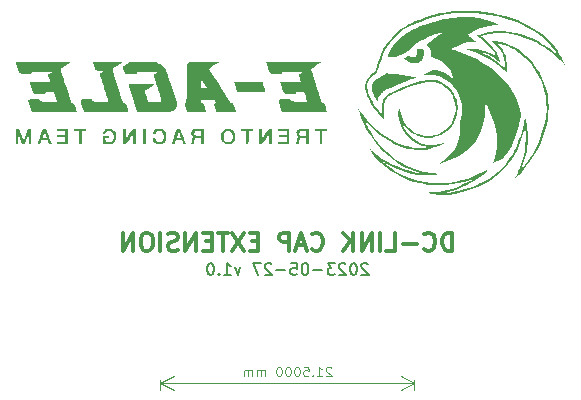
<source format=gbo>
%TF.GenerationSoftware,KiCad,Pcbnew,(6.0.11)*%
%TF.CreationDate,2023-05-27T10:47:30+02:00*%
%TF.ProjectId,dclink,64636c69-6e6b-42e6-9b69-6361645f7063,V0*%
%TF.SameCoordinates,Original*%
%TF.FileFunction,Legend,Bot*%
%TF.FilePolarity,Positive*%
%FSLAX46Y46*%
G04 Gerber Fmt 4.6, Leading zero omitted, Abs format (unit mm)*
G04 Created by KiCad (PCBNEW (6.0.11)) date 2023-05-27 10:47:30*
%MOMM*%
%LPD*%
G01*
G04 APERTURE LIST*
%ADD10C,0.150000*%
%ADD11C,0.300000*%
%ADD12C,0.120000*%
%ADD13C,12.708000*%
%ADD14C,12.200000*%
%ADD15O,4.500000X4.000000*%
G04 APERTURE END LIST*
D10*
X156669523Y-117403619D02*
X156621904Y-117356000D01*
X156526666Y-117308380D01*
X156288571Y-117308380D01*
X156193333Y-117356000D01*
X156145714Y-117403619D01*
X156098095Y-117498857D01*
X156098095Y-117594095D01*
X156145714Y-117736952D01*
X156717142Y-118308380D01*
X156098095Y-118308380D01*
X155479047Y-117308380D02*
X155383809Y-117308380D01*
X155288571Y-117356000D01*
X155240952Y-117403619D01*
X155193333Y-117498857D01*
X155145714Y-117689333D01*
X155145714Y-117927428D01*
X155193333Y-118117904D01*
X155240952Y-118213142D01*
X155288571Y-118260761D01*
X155383809Y-118308380D01*
X155479047Y-118308380D01*
X155574285Y-118260761D01*
X155621904Y-118213142D01*
X155669523Y-118117904D01*
X155717142Y-117927428D01*
X155717142Y-117689333D01*
X155669523Y-117498857D01*
X155621904Y-117403619D01*
X155574285Y-117356000D01*
X155479047Y-117308380D01*
X154764761Y-117403619D02*
X154717142Y-117356000D01*
X154621904Y-117308380D01*
X154383809Y-117308380D01*
X154288571Y-117356000D01*
X154240952Y-117403619D01*
X154193333Y-117498857D01*
X154193333Y-117594095D01*
X154240952Y-117736952D01*
X154812380Y-118308380D01*
X154193333Y-118308380D01*
X153860000Y-117308380D02*
X153240952Y-117308380D01*
X153574285Y-117689333D01*
X153431428Y-117689333D01*
X153336190Y-117736952D01*
X153288571Y-117784571D01*
X153240952Y-117879809D01*
X153240952Y-118117904D01*
X153288571Y-118213142D01*
X153336190Y-118260761D01*
X153431428Y-118308380D01*
X153717142Y-118308380D01*
X153812380Y-118260761D01*
X153860000Y-118213142D01*
X152812380Y-117927428D02*
X152050476Y-117927428D01*
X151383809Y-117308380D02*
X151288571Y-117308380D01*
X151193333Y-117356000D01*
X151145714Y-117403619D01*
X151098095Y-117498857D01*
X151050476Y-117689333D01*
X151050476Y-117927428D01*
X151098095Y-118117904D01*
X151145714Y-118213142D01*
X151193333Y-118260761D01*
X151288571Y-118308380D01*
X151383809Y-118308380D01*
X151479047Y-118260761D01*
X151526666Y-118213142D01*
X151574285Y-118117904D01*
X151621904Y-117927428D01*
X151621904Y-117689333D01*
X151574285Y-117498857D01*
X151526666Y-117403619D01*
X151479047Y-117356000D01*
X151383809Y-117308380D01*
X150145714Y-117308380D02*
X150621904Y-117308380D01*
X150669523Y-117784571D01*
X150621904Y-117736952D01*
X150526666Y-117689333D01*
X150288571Y-117689333D01*
X150193333Y-117736952D01*
X150145714Y-117784571D01*
X150098095Y-117879809D01*
X150098095Y-118117904D01*
X150145714Y-118213142D01*
X150193333Y-118260761D01*
X150288571Y-118308380D01*
X150526666Y-118308380D01*
X150621904Y-118260761D01*
X150669523Y-118213142D01*
X149669523Y-117927428D02*
X148907619Y-117927428D01*
X148479047Y-117403619D02*
X148431428Y-117356000D01*
X148336190Y-117308380D01*
X148098095Y-117308380D01*
X148002857Y-117356000D01*
X147955238Y-117403619D01*
X147907619Y-117498857D01*
X147907619Y-117594095D01*
X147955238Y-117736952D01*
X148526666Y-118308380D01*
X147907619Y-118308380D01*
X147574285Y-117308380D02*
X146907619Y-117308380D01*
X147336190Y-118308380D01*
X145860000Y-117641714D02*
X145621904Y-118308380D01*
X145383809Y-117641714D01*
X144479047Y-118308380D02*
X145050476Y-118308380D01*
X144764761Y-118308380D02*
X144764761Y-117308380D01*
X144860000Y-117451238D01*
X144955238Y-117546476D01*
X145050476Y-117594095D01*
X144050476Y-118213142D02*
X144002857Y-118260761D01*
X144050476Y-118308380D01*
X144098095Y-118260761D01*
X144050476Y-118213142D01*
X144050476Y-118308380D01*
X143383809Y-117308380D02*
X143288571Y-117308380D01*
X143193333Y-117356000D01*
X143145714Y-117403619D01*
X143098095Y-117498857D01*
X143050476Y-117689333D01*
X143050476Y-117927428D01*
X143098095Y-118117904D01*
X143145714Y-118213142D01*
X143193333Y-118260761D01*
X143288571Y-118308380D01*
X143383809Y-118308380D01*
X143479047Y-118260761D01*
X143526666Y-118213142D01*
X143574285Y-118117904D01*
X143621904Y-117927428D01*
X143621904Y-117689333D01*
X143574285Y-117498857D01*
X143526666Y-117403619D01*
X143479047Y-117356000D01*
X143383809Y-117308380D01*
D11*
X163788571Y-116248571D02*
X163788571Y-114748571D01*
X163431428Y-114748571D01*
X163217142Y-114820000D01*
X163074285Y-114962857D01*
X163002857Y-115105714D01*
X162931428Y-115391428D01*
X162931428Y-115605714D01*
X163002857Y-115891428D01*
X163074285Y-116034285D01*
X163217142Y-116177142D01*
X163431428Y-116248571D01*
X163788571Y-116248571D01*
X161431428Y-116105714D02*
X161502857Y-116177142D01*
X161717142Y-116248571D01*
X161860000Y-116248571D01*
X162074285Y-116177142D01*
X162217142Y-116034285D01*
X162288571Y-115891428D01*
X162360000Y-115605714D01*
X162360000Y-115391428D01*
X162288571Y-115105714D01*
X162217142Y-114962857D01*
X162074285Y-114820000D01*
X161860000Y-114748571D01*
X161717142Y-114748571D01*
X161502857Y-114820000D01*
X161431428Y-114891428D01*
X160788571Y-115677142D02*
X159645714Y-115677142D01*
X158217142Y-116248571D02*
X158931428Y-116248571D01*
X158931428Y-114748571D01*
X157717142Y-116248571D02*
X157717142Y-114748571D01*
X157002857Y-116248571D02*
X157002857Y-114748571D01*
X156145714Y-116248571D01*
X156145714Y-114748571D01*
X155431428Y-116248571D02*
X155431428Y-114748571D01*
X154574285Y-116248571D02*
X155217142Y-115391428D01*
X154574285Y-114748571D02*
X155431428Y-115605714D01*
X151931428Y-116105714D02*
X152002857Y-116177142D01*
X152217142Y-116248571D01*
X152360000Y-116248571D01*
X152574285Y-116177142D01*
X152717142Y-116034285D01*
X152788571Y-115891428D01*
X152860000Y-115605714D01*
X152860000Y-115391428D01*
X152788571Y-115105714D01*
X152717142Y-114962857D01*
X152574285Y-114820000D01*
X152360000Y-114748571D01*
X152217142Y-114748571D01*
X152002857Y-114820000D01*
X151931428Y-114891428D01*
X151360000Y-115820000D02*
X150645714Y-115820000D01*
X151502857Y-116248571D02*
X151002857Y-114748571D01*
X150502857Y-116248571D01*
X150002857Y-116248571D02*
X150002857Y-114748571D01*
X149431428Y-114748571D01*
X149288571Y-114820000D01*
X149217142Y-114891428D01*
X149145714Y-115034285D01*
X149145714Y-115248571D01*
X149217142Y-115391428D01*
X149288571Y-115462857D01*
X149431428Y-115534285D01*
X150002857Y-115534285D01*
X147360000Y-115462857D02*
X146860000Y-115462857D01*
X146645714Y-116248571D02*
X147360000Y-116248571D01*
X147360000Y-114748571D01*
X146645714Y-114748571D01*
X146145714Y-114748571D02*
X145145714Y-116248571D01*
X145145714Y-114748571D02*
X146145714Y-116248571D01*
X144788571Y-114748571D02*
X143931428Y-114748571D01*
X144360000Y-116248571D02*
X144360000Y-114748571D01*
X143431428Y-115462857D02*
X142931428Y-115462857D01*
X142717142Y-116248571D02*
X143431428Y-116248571D01*
X143431428Y-114748571D01*
X142717142Y-114748571D01*
X142074285Y-116248571D02*
X142074285Y-114748571D01*
X141217142Y-116248571D01*
X141217142Y-114748571D01*
X140574285Y-116177142D02*
X140360000Y-116248571D01*
X140002857Y-116248571D01*
X139860000Y-116177142D01*
X139788571Y-116105714D01*
X139717142Y-115962857D01*
X139717142Y-115820000D01*
X139788571Y-115677142D01*
X139860000Y-115605714D01*
X140002857Y-115534285D01*
X140288571Y-115462857D01*
X140431428Y-115391428D01*
X140502857Y-115320000D01*
X140574285Y-115177142D01*
X140574285Y-115034285D01*
X140502857Y-114891428D01*
X140431428Y-114820000D01*
X140288571Y-114748571D01*
X139931428Y-114748571D01*
X139717142Y-114820000D01*
X139074285Y-116248571D02*
X139074285Y-114748571D01*
X138074285Y-114748571D02*
X137788571Y-114748571D01*
X137645714Y-114820000D01*
X137502857Y-114962857D01*
X137431428Y-115248571D01*
X137431428Y-115748571D01*
X137502857Y-116034285D01*
X137645714Y-116177142D01*
X137788571Y-116248571D01*
X138074285Y-116248571D01*
X138217142Y-116177142D01*
X138360000Y-116034285D01*
X138431428Y-115748571D01*
X138431428Y-115248571D01*
X138360000Y-114962857D01*
X138217142Y-114820000D01*
X138074285Y-114748571D01*
X136788571Y-116248571D02*
X136788571Y-114748571D01*
X135931428Y-116248571D01*
X135931428Y-114748571D01*
D12*
X153545238Y-126168095D02*
X153507142Y-126130000D01*
X153430952Y-126091904D01*
X153240476Y-126091904D01*
X153164285Y-126130000D01*
X153126190Y-126168095D01*
X153088095Y-126244285D01*
X153088095Y-126320476D01*
X153126190Y-126434761D01*
X153583333Y-126891904D01*
X153088095Y-126891904D01*
X152326190Y-126891904D02*
X152783333Y-126891904D01*
X152554761Y-126891904D02*
X152554761Y-126091904D01*
X152630952Y-126206190D01*
X152707142Y-126282380D01*
X152783333Y-126320476D01*
X151983333Y-126815714D02*
X151945238Y-126853809D01*
X151983333Y-126891904D01*
X152021428Y-126853809D01*
X151983333Y-126815714D01*
X151983333Y-126891904D01*
X151221428Y-126091904D02*
X151602380Y-126091904D01*
X151640476Y-126472857D01*
X151602380Y-126434761D01*
X151526190Y-126396666D01*
X151335714Y-126396666D01*
X151259523Y-126434761D01*
X151221428Y-126472857D01*
X151183333Y-126549047D01*
X151183333Y-126739523D01*
X151221428Y-126815714D01*
X151259523Y-126853809D01*
X151335714Y-126891904D01*
X151526190Y-126891904D01*
X151602380Y-126853809D01*
X151640476Y-126815714D01*
X150688095Y-126091904D02*
X150611904Y-126091904D01*
X150535714Y-126130000D01*
X150497619Y-126168095D01*
X150459523Y-126244285D01*
X150421428Y-126396666D01*
X150421428Y-126587142D01*
X150459523Y-126739523D01*
X150497619Y-126815714D01*
X150535714Y-126853809D01*
X150611904Y-126891904D01*
X150688095Y-126891904D01*
X150764285Y-126853809D01*
X150802380Y-126815714D01*
X150840476Y-126739523D01*
X150878571Y-126587142D01*
X150878571Y-126396666D01*
X150840476Y-126244285D01*
X150802380Y-126168095D01*
X150764285Y-126130000D01*
X150688095Y-126091904D01*
X149926190Y-126091904D02*
X149850000Y-126091904D01*
X149773809Y-126130000D01*
X149735714Y-126168095D01*
X149697619Y-126244285D01*
X149659523Y-126396666D01*
X149659523Y-126587142D01*
X149697619Y-126739523D01*
X149735714Y-126815714D01*
X149773809Y-126853809D01*
X149850000Y-126891904D01*
X149926190Y-126891904D01*
X150002380Y-126853809D01*
X150040476Y-126815714D01*
X150078571Y-126739523D01*
X150116666Y-126587142D01*
X150116666Y-126396666D01*
X150078571Y-126244285D01*
X150040476Y-126168095D01*
X150002380Y-126130000D01*
X149926190Y-126091904D01*
X149164285Y-126091904D02*
X149088095Y-126091904D01*
X149011904Y-126130000D01*
X148973809Y-126168095D01*
X148935714Y-126244285D01*
X148897619Y-126396666D01*
X148897619Y-126587142D01*
X148935714Y-126739523D01*
X148973809Y-126815714D01*
X149011904Y-126853809D01*
X149088095Y-126891904D01*
X149164285Y-126891904D01*
X149240476Y-126853809D01*
X149278571Y-126815714D01*
X149316666Y-126739523D01*
X149354761Y-126587142D01*
X149354761Y-126396666D01*
X149316666Y-126244285D01*
X149278571Y-126168095D01*
X149240476Y-126130000D01*
X149164285Y-126091904D01*
X147945238Y-126891904D02*
X147945238Y-126358571D01*
X147945238Y-126434761D02*
X147907142Y-126396666D01*
X147830952Y-126358571D01*
X147716666Y-126358571D01*
X147640476Y-126396666D01*
X147602380Y-126472857D01*
X147602380Y-126891904D01*
X147602380Y-126472857D02*
X147564285Y-126396666D01*
X147488095Y-126358571D01*
X147373809Y-126358571D01*
X147297619Y-126396666D01*
X147259523Y-126472857D01*
X147259523Y-126891904D01*
X146878571Y-126891904D02*
X146878571Y-126358571D01*
X146878571Y-126434761D02*
X146840476Y-126396666D01*
X146764285Y-126358571D01*
X146650000Y-126358571D01*
X146573809Y-126396666D01*
X146535714Y-126472857D01*
X146535714Y-126891904D01*
X146535714Y-126472857D02*
X146497619Y-126396666D01*
X146421428Y-126358571D01*
X146307142Y-126358571D01*
X146230952Y-126396666D01*
X146192857Y-126472857D01*
X146192857Y-126891904D01*
X160600000Y-127250000D02*
X160600000Y-128036420D01*
X139100000Y-127250000D02*
X139100000Y-128036420D01*
X160600000Y-127450000D02*
X139100000Y-127450000D01*
X160600000Y-127450000D02*
X139100000Y-127450000D01*
X160600000Y-127450000D02*
X159473496Y-126863579D01*
X160600000Y-127450000D02*
X159473496Y-128036421D01*
X139100000Y-127450000D02*
X140226504Y-128036421D01*
X139100000Y-127450000D02*
X140226504Y-126863579D01*
D11*
%TO.C, *%
G36*
X137874000Y-107239000D02*
G01*
X137634000Y-107239000D01*
X137634000Y-105939000D01*
X137874000Y-105939000D01*
X137874000Y-107239000D01*
G37*
G36*
X127820364Y-100262049D02*
G01*
X128063658Y-100262191D01*
X128325657Y-100262448D01*
X128603883Y-100262821D01*
X128895859Y-100263310D01*
X129199108Y-100263917D01*
X131550716Y-100269000D01*
X131097358Y-100557514D01*
X131096291Y-100558194D01*
X130976053Y-100634763D01*
X130867195Y-100704182D01*
X130774193Y-100763587D01*
X130701522Y-100810118D01*
X130653656Y-100840913D01*
X130635072Y-100853110D01*
X130634376Y-100853777D01*
X130633116Y-100857324D01*
X130633576Y-100865156D01*
X130636526Y-100879680D01*
X130642736Y-100903306D01*
X130652974Y-100938442D01*
X130668011Y-100987495D01*
X130688617Y-101052873D01*
X130715560Y-101136984D01*
X130749611Y-101242238D01*
X130791539Y-101371041D01*
X130842114Y-101525802D01*
X130902106Y-101708929D01*
X130972284Y-101922830D01*
X131053417Y-102169913D01*
X131146276Y-102452587D01*
X131554839Y-103696174D01*
X131623100Y-103718702D01*
X131662796Y-103734790D01*
X131722023Y-103774466D01*
X131774500Y-103834183D01*
X131823384Y-103918822D01*
X131871831Y-104033264D01*
X131922999Y-104182390D01*
X131938521Y-104231315D01*
X131968340Y-104326716D01*
X131992283Y-104405248D01*
X132008215Y-104459845D01*
X132014000Y-104483441D01*
X132011562Y-104484229D01*
X131978646Y-104486420D01*
X131909431Y-104488509D01*
X131806659Y-104490472D01*
X131673070Y-104492288D01*
X131511406Y-104493935D01*
X131324408Y-104495389D01*
X131114816Y-104496629D01*
X130885372Y-104497633D01*
X130638816Y-104498377D01*
X130377889Y-104498840D01*
X130105333Y-104499000D01*
X128196665Y-104499000D01*
X128066656Y-104094000D01*
X128035395Y-103996535D01*
X127994007Y-103866724D01*
X127962919Y-103767253D01*
X127940897Y-103693348D01*
X127926707Y-103640235D01*
X127919117Y-103603140D01*
X127916893Y-103577289D01*
X127918802Y-103557908D01*
X127923612Y-103540224D01*
X127927345Y-103529659D01*
X127944555Y-103500121D01*
X127973075Y-103477636D01*
X128017681Y-103461289D01*
X128083148Y-103450166D01*
X128174255Y-103443353D01*
X128295778Y-103439935D01*
X128452494Y-103439000D01*
X128852973Y-103439000D01*
X128881526Y-103494215D01*
X128889997Y-103507788D01*
X128933565Y-103553953D01*
X128989763Y-103594215D01*
X129001297Y-103600589D01*
X129024333Y-103611777D01*
X129050175Y-103620551D01*
X129083472Y-103627204D01*
X129128874Y-103632029D01*
X129191029Y-103635320D01*
X129274587Y-103637370D01*
X129384197Y-103638470D01*
X129524508Y-103638916D01*
X129700170Y-103639000D01*
X130330894Y-103639000D01*
X130050556Y-102799000D01*
X129757278Y-102799294D01*
X129629224Y-102800341D01*
X129527443Y-102804571D01*
X129455337Y-102813809D01*
X129407608Y-102829888D01*
X129378958Y-102854640D01*
X129364089Y-102889899D01*
X129357703Y-102937496D01*
X129351405Y-103025057D01*
X128957703Y-103011244D01*
X128951777Y-103011034D01*
X128825242Y-103005648D01*
X128708074Y-102999053D01*
X128607927Y-102991801D01*
X128532457Y-102984443D01*
X128489319Y-102977530D01*
X128468161Y-102971625D01*
X128424844Y-102956033D01*
X128388410Y-102934339D01*
X128356195Y-102901954D01*
X128325538Y-102854287D01*
X128293772Y-102786748D01*
X128258236Y-102694747D01*
X128216266Y-102573694D01*
X128165197Y-102419000D01*
X128018255Y-101969000D01*
X128896128Y-101963791D01*
X129025044Y-101962867D01*
X129199497Y-101961077D01*
X129358200Y-101958824D01*
X129497111Y-101956198D01*
X129612188Y-101953293D01*
X129699389Y-101950199D01*
X129754674Y-101947009D01*
X129774000Y-101943815D01*
X129772976Y-101938542D01*
X129762423Y-101901922D01*
X129742258Y-101837427D01*
X129714737Y-101752192D01*
X129682118Y-101653352D01*
X129668884Y-101613068D01*
X129639040Y-101517313D01*
X129616245Y-101436976D01*
X129602534Y-101379509D01*
X129599941Y-101352365D01*
X129609686Y-101340937D01*
X129648169Y-101310180D01*
X129708169Y-101268477D01*
X129781824Y-101221487D01*
X129832369Y-101190116D01*
X129895119Y-101149908D01*
X129938074Y-101120756D01*
X129954000Y-101107450D01*
X129947436Y-101106401D01*
X129906847Y-101104682D01*
X129832740Y-101103116D01*
X129729218Y-101101742D01*
X129600388Y-101100604D01*
X129450353Y-101099740D01*
X129283219Y-101099191D01*
X129103091Y-101099000D01*
X128252182Y-101099000D01*
X128200857Y-101150325D01*
X128183976Y-101168420D01*
X128160013Y-101211681D01*
X128161753Y-101262763D01*
X128173976Y-101323875D01*
X127778988Y-101309932D01*
X127772603Y-101309705D01*
X127645580Y-101304266D01*
X127527675Y-101297607D01*
X127426605Y-101290285D01*
X127350088Y-101282855D01*
X127305840Y-101275873D01*
X127297424Y-101273652D01*
X127250405Y-101257911D01*
X127210640Y-101235562D01*
X127175497Y-101202062D01*
X127142343Y-101152870D01*
X127108546Y-101083442D01*
X127071473Y-100989234D01*
X127028491Y-100865704D01*
X126976970Y-100708310D01*
X126953816Y-100636139D01*
X126916459Y-100518180D01*
X126884921Y-100416653D01*
X126860847Y-100336957D01*
X126845886Y-100284490D01*
X126841682Y-100264651D01*
X126849141Y-100264217D01*
X126892134Y-100263574D01*
X126971173Y-100263041D01*
X127083782Y-100262619D01*
X127227483Y-100262308D01*
X127399799Y-100262108D01*
X127598251Y-100262022D01*
X127820364Y-100262049D01*
G37*
G36*
X146954000Y-106139000D02*
G01*
X146554000Y-106139000D01*
X146554000Y-106675980D01*
X146553520Y-106818629D01*
X146552171Y-106947986D01*
X146550081Y-107058710D01*
X146547381Y-107145459D01*
X146544200Y-107202891D01*
X146540667Y-107225666D01*
X146527556Y-107230733D01*
X146482910Y-107236681D01*
X146420667Y-107239000D01*
X146314000Y-107239000D01*
X146314000Y-106139000D01*
X145894000Y-106139000D01*
X145894000Y-105939000D01*
X146954000Y-105939000D01*
X146954000Y-106139000D01*
G37*
G36*
X161313410Y-99145178D02*
G01*
X161340589Y-99156988D01*
X161355329Y-99181218D01*
X161363713Y-99219633D01*
X161371824Y-99274000D01*
X161382543Y-99343833D01*
X161393732Y-99421935D01*
X161401025Y-99479000D01*
X161402372Y-99493930D01*
X161400961Y-99597916D01*
X161385788Y-99717167D01*
X161359813Y-99833883D01*
X161325994Y-99930265D01*
X161316612Y-99949859D01*
X161233321Y-100079892D01*
X161123768Y-100196110D01*
X160997485Y-100289806D01*
X160864000Y-100352275D01*
X160812549Y-100363686D01*
X160715467Y-100372139D01*
X160594000Y-100372181D01*
X160506542Y-100367667D01*
X160417699Y-100356508D01*
X160335487Y-100335808D01*
X160241356Y-100301869D01*
X160208814Y-100288096D01*
X160132316Y-100250971D01*
X160045856Y-100204481D01*
X159957031Y-100153223D01*
X159873435Y-100101793D01*
X159802665Y-100054788D01*
X159752317Y-100016803D01*
X159729985Y-99992436D01*
X159737313Y-99981772D01*
X159772490Y-99953880D01*
X159830353Y-99914847D01*
X159903972Y-99869565D01*
X160083943Y-99763259D01*
X160159809Y-99801963D01*
X160274547Y-99845978D01*
X160396857Y-99866653D01*
X160514697Y-99862902D01*
X160618758Y-99835047D01*
X160699734Y-99783405D01*
X160740254Y-99732070D01*
X160783132Y-99632331D01*
X160807303Y-99506901D01*
X160811051Y-99362269D01*
X160804000Y-99209881D01*
X161034000Y-99175931D01*
X161096403Y-99166607D01*
X161197400Y-99151754D01*
X161267708Y-99144022D01*
X161313410Y-99145178D01*
G37*
G36*
X137610437Y-100263441D02*
G01*
X137659192Y-100263738D01*
X137884331Y-100265176D01*
X138073765Y-100266602D01*
X138231083Y-100268170D01*
X138359875Y-100270033D01*
X138463731Y-100272342D01*
X138546239Y-100275253D01*
X138610990Y-100278916D01*
X138661572Y-100283486D01*
X138701574Y-100289115D01*
X138734587Y-100295957D01*
X138764199Y-100304164D01*
X138794000Y-100313889D01*
X138842281Y-100331468D01*
X139020460Y-100417006D01*
X139189008Y-100528913D01*
X139340336Y-100660803D01*
X139466854Y-100806294D01*
X139560971Y-100959000D01*
X139567044Y-100972461D01*
X139590282Y-101031409D01*
X139623945Y-101123411D01*
X139666802Y-101244847D01*
X139717621Y-101392101D01*
X139775170Y-101561554D01*
X139838215Y-101749588D01*
X139905526Y-101952585D01*
X139975870Y-102166928D01*
X140048014Y-102389000D01*
X140461717Y-103669000D01*
X140462859Y-103869000D01*
X140462932Y-103908264D01*
X140460861Y-103995256D01*
X140454107Y-104057413D01*
X140440976Y-104105851D01*
X140419773Y-104151689D01*
X140371281Y-104228902D01*
X140272863Y-104332240D01*
X140146657Y-104411071D01*
X139988987Y-104468097D01*
X139982013Y-104469835D01*
X139951212Y-104475318D01*
X139907857Y-104480048D01*
X139849203Y-104484077D01*
X139772504Y-104487463D01*
X139675018Y-104490257D01*
X139553999Y-104492516D01*
X139406703Y-104494294D01*
X139230385Y-104495645D01*
X139022301Y-104496624D01*
X138779707Y-104497285D01*
X138499857Y-104497683D01*
X137115714Y-104499000D01*
X136995845Y-104124000D01*
X136960939Y-104014771D01*
X136851238Y-103671075D01*
X136753707Y-103364814D01*
X136668201Y-103095519D01*
X136594573Y-102862724D01*
X136532675Y-102665958D01*
X136482360Y-102504756D01*
X136443482Y-102378648D01*
X136415895Y-102287166D01*
X136399450Y-102229842D01*
X136394000Y-102206208D01*
X136394963Y-102203526D01*
X136405753Y-102197906D01*
X136430820Y-102193180D01*
X136473022Y-102189276D01*
X136535217Y-102186123D01*
X136620263Y-102183651D01*
X136731017Y-102181787D01*
X136870339Y-102180461D01*
X137041086Y-102179602D01*
X137246115Y-102179138D01*
X137488286Y-102179000D01*
X137658552Y-102179056D01*
X137872813Y-102179373D01*
X138051836Y-102180033D01*
X138198437Y-102181108D01*
X138315431Y-102182670D01*
X138405633Y-102184792D01*
X138471857Y-102187545D01*
X138516920Y-102191002D01*
X138543636Y-102195235D01*
X138554819Y-102200316D01*
X138553286Y-102206318D01*
X138549619Y-102209326D01*
X138515926Y-102232377D01*
X138454924Y-102271414D01*
X138372207Y-102322944D01*
X138273368Y-102383471D01*
X138164000Y-102449502D01*
X138132904Y-102468176D01*
X138026508Y-102532513D01*
X137932575Y-102589975D01*
X137856585Y-102637171D01*
X137804015Y-102670705D01*
X137780344Y-102687184D01*
X137772465Y-102702480D01*
X137773227Y-102738125D01*
X137786672Y-102798172D01*
X137813860Y-102889000D01*
X137819699Y-102907398D01*
X137849521Y-103001668D01*
X137886177Y-103117873D01*
X137925561Y-103242991D01*
X137963570Y-103364000D01*
X138056108Y-103659000D01*
X138570054Y-103658705D01*
X138677927Y-103658488D01*
X138828774Y-103657173D01*
X138946382Y-103654090D01*
X139034976Y-103648575D01*
X139098784Y-103639966D01*
X139142032Y-103627600D01*
X139168946Y-103610813D01*
X139183752Y-103588943D01*
X139190676Y-103561326D01*
X139188829Y-103547183D01*
X139176416Y-103496586D01*
X139153398Y-103413956D01*
X139120862Y-103302889D01*
X139079897Y-103166982D01*
X139031591Y-103009832D01*
X138977032Y-102835036D01*
X138917309Y-102646192D01*
X138853510Y-102446897D01*
X138809621Y-102310149D01*
X138748740Y-102118858D01*
X138692752Y-101941067D01*
X138642728Y-101780279D01*
X138599740Y-101640001D01*
X138564858Y-101523736D01*
X138539154Y-101434989D01*
X138523698Y-101377265D01*
X138519561Y-101354070D01*
X138531747Y-101341400D01*
X138573582Y-101311809D01*
X138637299Y-101272657D01*
X138714997Y-101229000D01*
X138900538Y-101129000D01*
X138044090Y-101123782D01*
X138026673Y-101123676D01*
X137810146Y-101122417D01*
X137630023Y-101121816D01*
X137482954Y-101122315D01*
X137365589Y-101124359D01*
X137274577Y-101128389D01*
X137206569Y-101134849D01*
X137158215Y-101144183D01*
X137126164Y-101156833D01*
X137107068Y-101173243D01*
X137097575Y-101193855D01*
X137094336Y-101219113D01*
X137094000Y-101249461D01*
X137094000Y-101319000D01*
X136717631Y-101319000D01*
X136618342Y-101318496D01*
X136468295Y-101314709D01*
X136350228Y-101306469D01*
X136259066Y-101292898D01*
X136189736Y-101273118D01*
X136137161Y-101246249D01*
X136096267Y-101211412D01*
X136086742Y-101198579D01*
X136059477Y-101148670D01*
X136025492Y-101075632D01*
X135988764Y-100989342D01*
X135953273Y-100899677D01*
X135922996Y-100816517D01*
X135901912Y-100749737D01*
X135894000Y-100709217D01*
X135894304Y-100707860D01*
X135914583Y-100686634D01*
X135962979Y-100648474D01*
X136034349Y-100597097D01*
X136123549Y-100536223D01*
X136225437Y-100469571D01*
X136556873Y-100257043D01*
X137610437Y-100263441D01*
G37*
G36*
X136178639Y-106407307D02*
G01*
X136184000Y-106875614D01*
X136473366Y-106407307D01*
X136762731Y-105939000D01*
X137014000Y-105939000D01*
X137014000Y-106575666D01*
X137013880Y-106661139D01*
X137013063Y-106810501D01*
X137011558Y-106944258D01*
X137009466Y-107057533D01*
X137006887Y-107145445D01*
X137003921Y-107203116D01*
X137000667Y-107225666D01*
X136991176Y-107229967D01*
X136949915Y-107236448D01*
X136890667Y-107239000D01*
X136794000Y-107239000D01*
X136794000Y-106765666D01*
X136793725Y-106675708D01*
X136792376Y-106553619D01*
X136790056Y-106450403D01*
X136786938Y-106371341D01*
X136783196Y-106321714D01*
X136779000Y-106306806D01*
X136765329Y-106326312D01*
X136733412Y-106375423D01*
X136686247Y-106449462D01*
X136626747Y-106543829D01*
X136557825Y-106653921D01*
X136482397Y-106775139D01*
X136200793Y-107229000D01*
X136077397Y-107234954D01*
X135954000Y-107240908D01*
X135954000Y-105939000D01*
X136173277Y-105939000D01*
X136178639Y-106407307D01*
G37*
G36*
X148514000Y-107239000D02*
G01*
X148294724Y-107239000D01*
X148289362Y-106770692D01*
X148284000Y-106302385D01*
X147994124Y-106771520D01*
X147704247Y-107240655D01*
X147584124Y-107234827D01*
X147464000Y-107229000D01*
X147464000Y-105949000D01*
X147684000Y-105949000D01*
X147694000Y-106404310D01*
X147704000Y-106859621D01*
X147985472Y-106404310D01*
X148266943Y-105949000D01*
X148390472Y-105943045D01*
X148514000Y-105937091D01*
X148514000Y-107239000D01*
G37*
G36*
X139080305Y-105930554D02*
G01*
X139157015Y-105936627D01*
X139214464Y-105948722D01*
X139263337Y-105968336D01*
X139275366Y-105974542D01*
X139382339Y-106050761D01*
X139477625Y-106154891D01*
X139551041Y-106276040D01*
X139565666Y-106308446D01*
X139585631Y-106363174D01*
X139597164Y-106419697D01*
X139602395Y-106490733D01*
X139603453Y-106589000D01*
X139603446Y-106591459D01*
X139601274Y-106694272D01*
X139594331Y-106769514D01*
X139580803Y-106829260D01*
X139558875Y-106885590D01*
X139553795Y-106896566D01*
X139478601Y-107025377D01*
X139386302Y-107123330D01*
X139270071Y-107197806D01*
X139234886Y-107214811D01*
X139163569Y-107242463D01*
X139094130Y-107255321D01*
X139005806Y-107258122D01*
X138929362Y-107254468D01*
X138848442Y-107244458D01*
X138788960Y-107230464D01*
X138677136Y-107173148D01*
X138575719Y-107081533D01*
X138500370Y-106965704D01*
X138456585Y-106832247D01*
X138439165Y-106739000D01*
X138665704Y-106739000D01*
X138690478Y-106831625D01*
X138735227Y-106935317D01*
X138802440Y-107011112D01*
X138885688Y-107058561D01*
X138978588Y-107077372D01*
X139074754Y-107067253D01*
X139167801Y-107027912D01*
X139251345Y-106959055D01*
X139319000Y-106860392D01*
X139334463Y-106828493D01*
X139359015Y-106762649D01*
X139370901Y-106693453D01*
X139374000Y-106602734D01*
X139370325Y-106500239D01*
X139352666Y-106390903D01*
X139317671Y-106301727D01*
X139262338Y-106222478D01*
X139187718Y-106156860D01*
X139085268Y-106111832D01*
X138973469Y-106101991D01*
X138860408Y-106129212D01*
X138859547Y-106129572D01*
X138792748Y-106166024D01*
X138744518Y-106216589D01*
X138702670Y-106294000D01*
X138685333Y-106328191D01*
X138663143Y-106349121D01*
X138625891Y-106357484D01*
X138561115Y-106359000D01*
X138448767Y-106359000D01*
X138460886Y-106284316D01*
X138468325Y-106251895D01*
X138513481Y-106155545D01*
X138587585Y-106064699D01*
X138683014Y-105989473D01*
X138686863Y-105987097D01*
X138733683Y-105960105D01*
X138775363Y-105943078D01*
X138823187Y-105933737D01*
X138888437Y-105929804D01*
X138982396Y-105929000D01*
X139080305Y-105930554D01*
G37*
G36*
X145107580Y-103719859D02*
G01*
X145122503Y-103725121D01*
X145182320Y-103752837D01*
X145231845Y-103791011D01*
X145274893Y-103845357D01*
X145315283Y-103921586D01*
X145356830Y-104025412D01*
X145403352Y-104162548D01*
X145418987Y-104210945D01*
X145450396Y-104308068D01*
X145476674Y-104389188D01*
X145495438Y-104446950D01*
X145504303Y-104474000D01*
X145503283Y-104477605D01*
X145488323Y-104483342D01*
X145453928Y-104488027D01*
X145397161Y-104491749D01*
X145315084Y-104494595D01*
X145204759Y-104496655D01*
X145063250Y-104498017D01*
X144887618Y-104498769D01*
X144674926Y-104499000D01*
X143837107Y-104499000D01*
X143774208Y-104294000D01*
X143756732Y-104237052D01*
X143726524Y-104138641D01*
X143699458Y-104050503D01*
X143679829Y-103986621D01*
X143661881Y-103912724D01*
X143661436Y-103837303D01*
X143689132Y-103783661D01*
X143746380Y-103746716D01*
X143817336Y-103717069D01*
X143782253Y-103663034D01*
X143780636Y-103660543D01*
X143744119Y-103604083D01*
X143705585Y-103544247D01*
X143664000Y-103479495D01*
X143098046Y-103479247D01*
X142532092Y-103479000D01*
X142538046Y-103602804D01*
X142538800Y-103618162D01*
X142543475Y-103680026D01*
X142552996Y-103714419D01*
X142572586Y-103731888D01*
X142607471Y-103742979D01*
X142619489Y-103746340D01*
X142669524Y-103768193D01*
X142713264Y-103804214D01*
X142753815Y-103859354D01*
X142794285Y-103938561D01*
X142837780Y-104046788D01*
X142887407Y-104188982D01*
X142990977Y-104499000D01*
X141335272Y-104499000D01*
X141232873Y-104177385D01*
X141229071Y-104165426D01*
X141188377Y-104033696D01*
X141161112Y-103933888D01*
X141147145Y-103860718D01*
X141146341Y-103808902D01*
X141158568Y-103773153D01*
X141183693Y-103748188D01*
X141221583Y-103728721D01*
X141287742Y-103701078D01*
X141300871Y-103456899D01*
X141301339Y-103447379D01*
X141303618Y-103376808D01*
X141305762Y-103271258D01*
X141307736Y-103134917D01*
X141309502Y-102971972D01*
X141311027Y-102786608D01*
X141312275Y-102583014D01*
X141312636Y-102499000D01*
X142514000Y-102499000D01*
X142774000Y-102499000D01*
X142793222Y-102498974D01*
X142887423Y-102498039D01*
X142963904Y-102495963D01*
X143015239Y-102493017D01*
X143034000Y-102489474D01*
X143028607Y-102479490D01*
X143005091Y-102440660D01*
X142966217Y-102377967D01*
X142915600Y-102297112D01*
X142856853Y-102203798D01*
X142793587Y-102103725D01*
X142729417Y-102002595D01*
X142667956Y-101906112D01*
X142612817Y-101819975D01*
X142567613Y-101749887D01*
X142535958Y-101701550D01*
X142521464Y-101680666D01*
X142520788Y-101681606D01*
X142518626Y-101708718D01*
X142516761Y-101768413D01*
X142515298Y-101854958D01*
X142514342Y-101962620D01*
X142514000Y-102085666D01*
X142514000Y-102499000D01*
X141312636Y-102499000D01*
X141313210Y-102365376D01*
X141313797Y-102137881D01*
X141314000Y-101904716D01*
X141314024Y-101816881D01*
X141314505Y-101522698D01*
X141315619Y-101267465D01*
X141317379Y-101050361D01*
X141319797Y-100870568D01*
X141322886Y-100727264D01*
X141326660Y-100619630D01*
X141331132Y-100546846D01*
X141336315Y-100508092D01*
X141357518Y-100449215D01*
X141419664Y-100362154D01*
X141508263Y-100300607D01*
X141617219Y-100269748D01*
X141653337Y-100267684D01*
X141726755Y-100265812D01*
X141832653Y-100264271D01*
X141967171Y-100263082D01*
X142126450Y-100262263D01*
X142306632Y-100261835D01*
X142503857Y-100261816D01*
X142714266Y-100262227D01*
X142934000Y-100263086D01*
X144144000Y-100269000D01*
X143669410Y-100565045D01*
X143194819Y-100861090D01*
X143241849Y-100935045D01*
X143245216Y-100940317D01*
X143269654Y-100978384D01*
X143313480Y-101046521D01*
X143374948Y-101142018D01*
X143452313Y-101262167D01*
X143543829Y-101404256D01*
X143647753Y-101565578D01*
X143762338Y-101743423D01*
X143885840Y-101935081D01*
X144016512Y-102137843D01*
X144152611Y-102349000D01*
X144243157Y-102489474D01*
X145016342Y-103689000D01*
X145107580Y-103719859D01*
G37*
G36*
X158621172Y-108900843D02*
G01*
X158877018Y-109022538D01*
X159275633Y-109194037D01*
X159674197Y-109344336D01*
X160066153Y-109471199D01*
X160444940Y-109572387D01*
X160804000Y-109645662D01*
X160814933Y-109647505D01*
X160945601Y-109668903D01*
X161037924Y-109682520D01*
X161092749Y-109688271D01*
X161110922Y-109686074D01*
X161093290Y-109675846D01*
X161040701Y-109657504D01*
X160954000Y-109630965D01*
X160851683Y-109599765D01*
X160425275Y-109451338D01*
X160013922Y-109278955D01*
X159718838Y-109134628D01*
X159275315Y-108881678D01*
X158847201Y-108593117D01*
X158435940Y-108270287D01*
X158042977Y-107914527D01*
X157669757Y-107527179D01*
X157317725Y-107109581D01*
X156988325Y-106663074D01*
X156683002Y-106189000D01*
X156528823Y-105917642D01*
X156347786Y-105555994D01*
X156179706Y-105169705D01*
X156356816Y-105169705D01*
X156362873Y-105193479D01*
X156384876Y-105246401D01*
X156420020Y-105322879D01*
X156465497Y-105417320D01*
X156518501Y-105524132D01*
X156576224Y-105637724D01*
X156635861Y-105752501D01*
X156694604Y-105862872D01*
X156749646Y-105963245D01*
X156798182Y-106048027D01*
X156898383Y-106213784D01*
X157209822Y-106683282D01*
X157543498Y-107121909D01*
X157898514Y-107528976D01*
X158273973Y-107903799D01*
X158668976Y-108245690D01*
X159082626Y-108553962D01*
X159514026Y-108827929D01*
X159962277Y-109066905D01*
X160426482Y-109270202D01*
X160905744Y-109437135D01*
X161399164Y-109567017D01*
X161406710Y-109568691D01*
X161566819Y-109602771D01*
X161716597Y-109631319D01*
X161864429Y-109655476D01*
X162018701Y-109676382D01*
X162187797Y-109695181D01*
X162380102Y-109713012D01*
X162604000Y-109731018D01*
X162605125Y-109731104D01*
X162679378Y-109737476D01*
X162725326Y-109743987D01*
X162741131Y-109751825D01*
X162724957Y-109762182D01*
X162674965Y-109776248D01*
X162589316Y-109795212D01*
X162466174Y-109820264D01*
X162459565Y-109821579D01*
X162107903Y-109872697D01*
X161735455Y-109891563D01*
X161344569Y-109878515D01*
X160937594Y-109833895D01*
X160516875Y-109758042D01*
X160084762Y-109651297D01*
X159643602Y-109513998D01*
X159195742Y-109346488D01*
X159113842Y-109312318D01*
X158967303Y-109247879D01*
X158803997Y-109172962D01*
X158632869Y-109091889D01*
X158462861Y-109008980D01*
X158302917Y-108928556D01*
X158161983Y-108854940D01*
X158049000Y-108792451D01*
X158014578Y-108772718D01*
X157952727Y-108738186D01*
X157909966Y-108715616D01*
X157894000Y-108709150D01*
X157904336Y-108721462D01*
X157941516Y-108754714D01*
X158000420Y-108803834D01*
X158075424Y-108864348D01*
X158160907Y-108931783D01*
X158251245Y-109001664D01*
X158340817Y-109069518D01*
X158424000Y-109130872D01*
X158611915Y-109263502D01*
X159071515Y-109558056D01*
X159536765Y-109813821D01*
X160009679Y-110031585D01*
X160492269Y-110212136D01*
X160986546Y-110356261D01*
X161494523Y-110464750D01*
X162018212Y-110538390D01*
X162096878Y-110545070D01*
X162237530Y-110552263D01*
X162402911Y-110556694D01*
X162584083Y-110558426D01*
X162772110Y-110557521D01*
X162958052Y-110554039D01*
X163132973Y-110548043D01*
X163287935Y-110539594D01*
X163414000Y-110528754D01*
X163509342Y-110517664D01*
X164057042Y-110432025D01*
X164592322Y-110309986D01*
X165118218Y-110150649D01*
X165637765Y-109953112D01*
X166154000Y-109716476D01*
X166198973Y-109694012D01*
X166393222Y-109594265D01*
X166564343Y-109501060D01*
X166724036Y-109407854D01*
X166884000Y-109308100D01*
X166894870Y-109301156D01*
X166920314Y-109286357D01*
X166924801Y-109289889D01*
X166907036Y-109316092D01*
X166865723Y-109369304D01*
X166768675Y-109484545D01*
X166590376Y-109667230D01*
X166381247Y-109853107D01*
X166146168Y-110038405D01*
X165890015Y-110219355D01*
X165617667Y-110392188D01*
X165334000Y-110553132D01*
X165041355Y-110700026D01*
X164669724Y-110864342D01*
X164267876Y-111020541D01*
X163840929Y-111166652D01*
X163394000Y-111300702D01*
X163347620Y-111313845D01*
X163258989Y-111340561D01*
X163207092Y-111359356D01*
X163192369Y-111370372D01*
X163215259Y-111373752D01*
X163276201Y-111369637D01*
X163375635Y-111358170D01*
X163514000Y-111339492D01*
X163793244Y-111296877D01*
X164319202Y-111196749D01*
X164817150Y-111074073D01*
X165291194Y-110927648D01*
X165745441Y-110756274D01*
X166184000Y-110558749D01*
X166203445Y-110549224D01*
X166570351Y-110356673D01*
X166908855Y-110152497D01*
X167229782Y-109929714D01*
X167543953Y-109681342D01*
X167645969Y-109593857D01*
X167999700Y-109257245D01*
X168328452Y-108890414D01*
X168630708Y-108495306D01*
X168904946Y-108073863D01*
X169149650Y-107628028D01*
X169169069Y-107588794D01*
X169273981Y-107360094D01*
X169380473Y-107101705D01*
X169485506Y-106822015D01*
X169586042Y-106529409D01*
X169679043Y-106232275D01*
X169761471Y-105939000D01*
X169780853Y-105863056D01*
X169809500Y-105743695D01*
X169839068Y-105613703D01*
X169868097Y-105480156D01*
X169895125Y-105350130D01*
X169918691Y-105230700D01*
X169937333Y-105128944D01*
X169949590Y-105051938D01*
X169954001Y-105006757D01*
X169957589Y-104976974D01*
X169971349Y-104950638D01*
X169972948Y-104950208D01*
X169985817Y-104969571D01*
X170003210Y-105024081D01*
X170024303Y-105109886D01*
X170048271Y-105223134D01*
X170074293Y-105359970D01*
X170101542Y-105516543D01*
X170129197Y-105689000D01*
X170133806Y-105719124D01*
X170148268Y-105818345D01*
X170159527Y-105907373D01*
X170167989Y-105993376D01*
X170174061Y-106083526D01*
X170178151Y-106184993D01*
X170180667Y-106304947D01*
X170182016Y-106450559D01*
X170182604Y-106629000D01*
X170182649Y-106721433D01*
X170181736Y-106905490D01*
X170179195Y-107059361D01*
X170174753Y-107189848D01*
X170168137Y-107303750D01*
X170159074Y-107407867D01*
X170147292Y-107509000D01*
X170142156Y-107547638D01*
X170097688Y-107831890D01*
X170041428Y-108122128D01*
X169975624Y-108409153D01*
X169902528Y-108683771D01*
X169824391Y-108936786D01*
X169743464Y-109159000D01*
X169675402Y-109329000D01*
X169766528Y-109230047D01*
X169798814Y-109193803D01*
X169880589Y-109095109D01*
X169976284Y-108972352D01*
X170080946Y-108832228D01*
X170189622Y-108681436D01*
X170297358Y-108526673D01*
X170399200Y-108374636D01*
X170606664Y-108044791D01*
X170894035Y-107534610D01*
X171142615Y-107021712D01*
X171352161Y-106506708D01*
X171522432Y-105990214D01*
X171653187Y-105472842D01*
X171744184Y-104955204D01*
X171762372Y-104801716D01*
X171784829Y-104484355D01*
X171790773Y-104150517D01*
X171780441Y-103813244D01*
X171754069Y-103485575D01*
X171711895Y-103180552D01*
X171702653Y-103128570D01*
X171600373Y-102675609D01*
X171460453Y-102225569D01*
X171284949Y-101783169D01*
X171075918Y-101353127D01*
X170835416Y-100940165D01*
X170565497Y-100549000D01*
X170439972Y-100390874D01*
X170229418Y-100155526D01*
X169995503Y-99923564D01*
X169747269Y-99703317D01*
X169493754Y-99503117D01*
X169244000Y-99331293D01*
X169057522Y-99219733D01*
X168777794Y-99072768D01*
X168490134Y-98943426D01*
X168205288Y-98836424D01*
X167934000Y-98756477D01*
X167929668Y-98755400D01*
X167811582Y-98726534D01*
X167729194Y-98708625D01*
X167679556Y-98702654D01*
X167659714Y-98709599D01*
X167666718Y-98730441D01*
X167697618Y-98766159D01*
X167749461Y-98817732D01*
X167917074Y-99004486D01*
X168075532Y-99237352D01*
X168207835Y-99499458D01*
X168313628Y-99789969D01*
X168392558Y-100108051D01*
X168444268Y-100452871D01*
X168460149Y-100622190D01*
X168471385Y-100813411D01*
X168471654Y-100968157D01*
X168460930Y-101085440D01*
X168448299Y-101161880D01*
X168356150Y-101073963D01*
X168191395Y-100924080D01*
X167940747Y-100716939D01*
X167664100Y-100508624D01*
X167368779Y-100304152D01*
X167062106Y-100108541D01*
X166751405Y-99926807D01*
X166444000Y-99763968D01*
X166309673Y-99698686D01*
X166033102Y-99574962D01*
X165750898Y-99461785D01*
X165658853Y-99429000D01*
X166134000Y-99429000D01*
X166144000Y-99439000D01*
X166154000Y-99429000D01*
X166144000Y-99419000D01*
X166134000Y-99429000D01*
X165658853Y-99429000D01*
X165472412Y-99362593D01*
X165206995Y-99280824D01*
X164964000Y-99219916D01*
X164883048Y-99202289D01*
X164797445Y-99182644D01*
X164742635Y-99167771D01*
X164719931Y-99157110D01*
X164730647Y-99150099D01*
X164776098Y-99146176D01*
X164857598Y-99144782D01*
X164976461Y-99145354D01*
X165134000Y-99147332D01*
X165307621Y-99150911D01*
X165503400Y-99159062D01*
X165676040Y-99172318D01*
X165834982Y-99191896D01*
X165989663Y-99219013D01*
X166149523Y-99254886D01*
X166324000Y-99300732D01*
X166379058Y-99316404D01*
X166581332Y-99380400D01*
X166716118Y-99429000D01*
X166786611Y-99454418D01*
X166986443Y-99534919D01*
X167172375Y-99618365D01*
X167335954Y-99701217D01*
X167468729Y-99779937D01*
X167533457Y-99822583D01*
X167501430Y-99745791D01*
X167394691Y-99529866D01*
X167247339Y-99300664D01*
X167064093Y-99067307D01*
X166846652Y-98831632D01*
X166596715Y-98595477D01*
X166315982Y-98360680D01*
X166006154Y-98129078D01*
X165868307Y-98031426D01*
X165995764Y-97983760D01*
X166046400Y-97965295D01*
X166298160Y-97884867D01*
X166573710Y-97813228D01*
X166860005Y-97753501D01*
X167144000Y-97708810D01*
X167249642Y-97696183D01*
X167709865Y-97665835D01*
X168176061Y-97674551D01*
X168647283Y-97722093D01*
X169122581Y-97808223D01*
X169601008Y-97932704D01*
X170081616Y-98095297D01*
X170563458Y-98295764D01*
X171045584Y-98533867D01*
X171527048Y-98809368D01*
X171652111Y-98887989D01*
X171835467Y-99009526D01*
X172024296Y-99141011D01*
X172210528Y-99276536D01*
X172386094Y-99410195D01*
X172542925Y-99536078D01*
X172672951Y-99648280D01*
X172761901Y-99729000D01*
X172695272Y-99609000D01*
X172615941Y-99473344D01*
X172418964Y-99181489D01*
X172188411Y-98891273D01*
X171928459Y-98607105D01*
X171643288Y-98333394D01*
X171337076Y-98074549D01*
X171014000Y-97834980D01*
X170704406Y-97632382D01*
X170251334Y-97372305D01*
X169769341Y-97134392D01*
X169261482Y-96919461D01*
X168730811Y-96728330D01*
X168180384Y-96561819D01*
X167613255Y-96420745D01*
X167032480Y-96305927D01*
X166441111Y-96218184D01*
X165842206Y-96158333D01*
X165238817Y-96127194D01*
X164634000Y-96125585D01*
X164627397Y-96125733D01*
X164248493Y-96138893D01*
X163896096Y-96161488D01*
X163562617Y-96194929D01*
X163240465Y-96240629D01*
X162922052Y-96300000D01*
X162599788Y-96374455D01*
X162266085Y-96465405D01*
X161913352Y-96574262D01*
X161534000Y-96702440D01*
X161308729Y-96783958D01*
X161073548Y-96874241D01*
X160839388Y-96968953D01*
X160611549Y-97065730D01*
X160395329Y-97162204D01*
X160196028Y-97256011D01*
X160018945Y-97344783D01*
X159869379Y-97426156D01*
X159752630Y-97497763D01*
X159716032Y-97522522D01*
X159395289Y-97763842D01*
X159086570Y-98039558D01*
X158793788Y-98345301D01*
X158520855Y-98676703D01*
X158271685Y-99029392D01*
X158050189Y-99399000D01*
X158046428Y-99406064D01*
X158016407Y-99470705D01*
X157976236Y-99567440D01*
X157927777Y-99691129D01*
X157872895Y-99836637D01*
X157813451Y-99998826D01*
X157751310Y-100172559D01*
X157688333Y-100352698D01*
X157626385Y-100534106D01*
X157567329Y-100711646D01*
X157513026Y-100880180D01*
X157505270Y-100904715D01*
X157469133Y-101018039D01*
X157441488Y-101100357D01*
X157419351Y-101157711D01*
X157399736Y-101196140D01*
X157379659Y-101221687D01*
X157356134Y-101240390D01*
X157326176Y-101258293D01*
X157317244Y-101263451D01*
X157178495Y-101356262D01*
X157036950Y-101472080D01*
X156907096Y-101599123D01*
X156859739Y-101653400D01*
X156742686Y-101826374D01*
X156662159Y-102015614D01*
X156618165Y-102221073D01*
X156610711Y-102442708D01*
X156639802Y-102680472D01*
X156705447Y-102934322D01*
X156733423Y-103014820D01*
X156817080Y-103212420D01*
X156927447Y-103429921D01*
X157061927Y-103663161D01*
X157217921Y-103907975D01*
X157392830Y-104160202D01*
X157584056Y-104415678D01*
X157789000Y-104670239D01*
X157854000Y-104748113D01*
X157854000Y-104556661D01*
X157855475Y-104455224D01*
X157859859Y-104328806D01*
X157866588Y-104190793D01*
X157875093Y-104049783D01*
X157884805Y-103914372D01*
X157895155Y-103793157D01*
X157905573Y-103694734D01*
X157915492Y-103627700D01*
X157917751Y-103616603D01*
X157970943Y-103453164D01*
X158057342Y-103296884D01*
X158170853Y-103158947D01*
X158207878Y-103123366D01*
X158258532Y-103080712D01*
X158316282Y-103040461D01*
X158388521Y-102998015D01*
X158482639Y-102948773D01*
X158606029Y-102888135D01*
X158640673Y-102871454D01*
X158963266Y-102720986D01*
X159293605Y-102575158D01*
X159625700Y-102436274D01*
X159953561Y-102306641D01*
X160271201Y-102188565D01*
X160572629Y-102084352D01*
X160851858Y-101996308D01*
X161102897Y-101926739D01*
X161342025Y-101871987D01*
X161666812Y-101818960D01*
X161966809Y-101796907D01*
X162242320Y-101805825D01*
X162493650Y-101845712D01*
X162721104Y-101916566D01*
X162856896Y-101976214D01*
X163117192Y-102122091D01*
X163357964Y-102299588D01*
X163576389Y-102505142D01*
X163769648Y-102735188D01*
X163934919Y-102986162D01*
X164069381Y-103254498D01*
X164170214Y-103536632D01*
X164234595Y-103829000D01*
X164248785Y-103943024D01*
X164260412Y-104207364D01*
X164245823Y-104478564D01*
X164206070Y-104743443D01*
X164142200Y-104988822D01*
X164064037Y-105196233D01*
X163924991Y-105471882D01*
X163754487Y-105725958D01*
X163555097Y-105956216D01*
X163329393Y-106160410D01*
X163079945Y-106336296D01*
X162809327Y-106481628D01*
X162520109Y-106594160D01*
X162214863Y-106671648D01*
X162141402Y-106683300D01*
X161984431Y-106698089D01*
X161810769Y-106704308D01*
X161634357Y-106701959D01*
X161469137Y-106691044D01*
X161329049Y-106671562D01*
X161206740Y-106644985D01*
X160901546Y-106551384D01*
X160615242Y-106423146D01*
X160349632Y-106261467D01*
X160106518Y-106067543D01*
X159887704Y-105842570D01*
X159694993Y-105587743D01*
X159642971Y-105510401D01*
X159600965Y-105451381D01*
X159577323Y-105424758D01*
X159571606Y-105431370D01*
X159583372Y-105472055D01*
X159612182Y-105547652D01*
X159657596Y-105659000D01*
X159751720Y-105866889D01*
X159913761Y-106155613D01*
X160099216Y-106414164D01*
X160306984Y-106641523D01*
X160535966Y-106836668D01*
X160785060Y-106998580D01*
X161053166Y-107126236D01*
X161339185Y-107218618D01*
X161656098Y-107280283D01*
X161996535Y-107307950D01*
X162348634Y-107298345D01*
X162713280Y-107251441D01*
X163091357Y-107167213D01*
X163093071Y-107167668D01*
X163072567Y-107180325D01*
X163024022Y-107206451D01*
X162952734Y-107243234D01*
X162864000Y-107287862D01*
X162655544Y-107384115D01*
X162282884Y-107522803D01*
X161891767Y-107628569D01*
X161486634Y-107700085D01*
X161367213Y-107710839D01*
X161216932Y-107716641D01*
X161046663Y-107717663D01*
X160866278Y-107714209D01*
X160685648Y-107706584D01*
X160514644Y-107695091D01*
X160363140Y-107680034D01*
X160241006Y-107661718D01*
X160110599Y-107635131D01*
X159698629Y-107527605D01*
X159292307Y-107385011D01*
X158890111Y-107206554D01*
X158490519Y-106991436D01*
X158092009Y-106738860D01*
X157693058Y-106448031D01*
X157292145Y-106118150D01*
X157233214Y-106066106D01*
X157110665Y-105953632D01*
X156981386Y-105830273D01*
X156851520Y-105702230D01*
X156727209Y-105575702D01*
X156614597Y-105456889D01*
X156519826Y-105351990D01*
X156449038Y-105267206D01*
X156447857Y-105265696D01*
X156405232Y-105213906D01*
X156372663Y-105179270D01*
X156357118Y-105169215D01*
X156356816Y-105169705D01*
X156179706Y-105169705D01*
X156177471Y-105164569D01*
X156015638Y-104738501D01*
X156014242Y-104734577D01*
X155966424Y-104599553D01*
X155923395Y-104476910D01*
X155886897Y-104371702D01*
X155858671Y-104288983D01*
X155840458Y-104233810D01*
X155834000Y-104211236D01*
X155834195Y-104210918D01*
X155848578Y-104225512D01*
X155883607Y-104267678D01*
X155936221Y-104333551D01*
X156003364Y-104419264D01*
X156081976Y-104520952D01*
X156169000Y-104634747D01*
X156218497Y-104699625D01*
X156366651Y-104891140D01*
X156499200Y-105057475D01*
X156621386Y-105204684D01*
X156738450Y-105338824D01*
X156855636Y-105465952D01*
X156978186Y-105592123D01*
X157111342Y-105723395D01*
X157447822Y-106032881D01*
X157847015Y-106358900D01*
X158253214Y-106647324D01*
X158665722Y-106897767D01*
X159083838Y-107109846D01*
X159506866Y-107283176D01*
X159934106Y-107417373D01*
X160364859Y-107512054D01*
X160371678Y-107513212D01*
X160483247Y-107527676D01*
X160616411Y-107538236D01*
X160765018Y-107545033D01*
X160922916Y-107548202D01*
X161083956Y-107547883D01*
X161241983Y-107544214D01*
X161390848Y-107537333D01*
X161524399Y-107527378D01*
X161636484Y-107514488D01*
X161720951Y-107498800D01*
X161771649Y-107480453D01*
X161772584Y-107479798D01*
X161764847Y-107470347D01*
X161724700Y-107460565D01*
X161659141Y-107452210D01*
X161558117Y-107438835D01*
X161401355Y-107407512D01*
X161234447Y-107364468D01*
X161071954Y-107313559D01*
X160928437Y-107258644D01*
X160722729Y-107158847D01*
X160466711Y-106998320D01*
X160232198Y-106806270D01*
X160018623Y-106582006D01*
X159825420Y-106324838D01*
X159652023Y-106034075D01*
X159497865Y-105709026D01*
X159362380Y-105349000D01*
X159534000Y-105349000D01*
X159544000Y-105359000D01*
X159554000Y-105349000D01*
X159544000Y-105339000D01*
X159534000Y-105349000D01*
X159362380Y-105349000D01*
X159311749Y-105185398D01*
X159267660Y-104999330D01*
X159244003Y-104823833D01*
X159239262Y-104646625D01*
X159251918Y-104455425D01*
X159263583Y-104347384D01*
X159275977Y-104251427D01*
X159287405Y-104191903D01*
X159298858Y-104166908D01*
X159311327Y-104174542D01*
X159325802Y-104212904D01*
X159343274Y-104280090D01*
X159365894Y-104370508D01*
X159441950Y-104629682D01*
X159532322Y-104884017D01*
X159633421Y-105124723D01*
X159741660Y-105343009D01*
X159745240Y-105349000D01*
X159853451Y-105530085D01*
X159907195Y-105603270D01*
X159983239Y-105695539D01*
X160068962Y-105791424D01*
X160154090Y-105879000D01*
X160192444Y-105915699D01*
X160417197Y-106102801D01*
X160657972Y-106256261D01*
X160919807Y-106378921D01*
X161207737Y-106473624D01*
X161253225Y-106485637D01*
X161320769Y-106501571D01*
X161384271Y-106512742D01*
X161452537Y-106519968D01*
X161534376Y-106524064D01*
X161638595Y-106525848D01*
X161774000Y-106526137D01*
X161847103Y-106525942D01*
X161966374Y-106524652D01*
X162058978Y-106521470D01*
X162133772Y-106515569D01*
X162199615Y-106506120D01*
X162265365Y-106492297D01*
X162339880Y-106473272D01*
X162402239Y-106455724D01*
X162687067Y-106352228D01*
X162949682Y-106218170D01*
X163188747Y-106056346D01*
X163402928Y-105869553D01*
X163590887Y-105660588D01*
X163751290Y-105432248D01*
X163882801Y-105187329D01*
X163984084Y-104928630D01*
X164053803Y-104658946D01*
X164090623Y-104381075D01*
X164093208Y-104097813D01*
X164060223Y-103811958D01*
X163990331Y-103526306D01*
X163882198Y-103243655D01*
X163830064Y-103137635D01*
X163683677Y-102899215D01*
X163506869Y-102677532D01*
X163304569Y-102477155D01*
X163081705Y-102302652D01*
X162843206Y-102158592D01*
X162594000Y-102049544D01*
X162533280Y-102030568D01*
X162376498Y-101997969D01*
X162195101Y-101977992D01*
X161998311Y-101970807D01*
X161795352Y-101976583D01*
X161595447Y-101995491D01*
X161407819Y-102027700D01*
X161338237Y-102043331D01*
X161014527Y-102126477D01*
X160665125Y-102231862D01*
X160294892Y-102357684D01*
X159908690Y-102502146D01*
X159511379Y-102663445D01*
X159107820Y-102839783D01*
X158702874Y-103029359D01*
X158680887Y-103040020D01*
X158560783Y-103099235D01*
X158469822Y-103146616D01*
X158401652Y-103186079D01*
X158349920Y-103221543D01*
X158308273Y-103256928D01*
X158270359Y-103296152D01*
X158190348Y-103397653D01*
X158119346Y-103531544D01*
X158076902Y-103682458D01*
X158072495Y-103712749D01*
X158064728Y-103789630D01*
X158056327Y-103896269D01*
X158047631Y-104026390D01*
X158038980Y-104173714D01*
X158030715Y-104331964D01*
X158023175Y-104494865D01*
X158016701Y-104656139D01*
X158011632Y-104809509D01*
X158008309Y-104948697D01*
X158004000Y-105188395D01*
X157746848Y-104878697D01*
X157516215Y-104594962D01*
X157305229Y-104321587D01*
X157121486Y-104067091D01*
X156962936Y-103828378D01*
X156827527Y-103602357D01*
X156713210Y-103385935D01*
X156617933Y-103176017D01*
X156554114Y-103008876D01*
X156479149Y-102745942D01*
X156441399Y-102497251D01*
X156440905Y-102262438D01*
X156477709Y-102041136D01*
X156551852Y-101832980D01*
X156663375Y-101637604D01*
X156812320Y-101454641D01*
X156858063Y-101408428D01*
X156947442Y-101326021D01*
X157038605Y-101249972D01*
X157117612Y-101192259D01*
X157265887Y-101095519D01*
X157402444Y-100682259D01*
X157423457Y-100618739D01*
X157507096Y-100367757D01*
X157580679Y-100150593D01*
X157645588Y-99963665D01*
X157703201Y-99803388D01*
X157754900Y-99666181D01*
X157802063Y-99548459D01*
X157846071Y-99446639D01*
X157888303Y-99357138D01*
X157930140Y-99276374D01*
X157972961Y-99200763D01*
X157975738Y-99196057D01*
X158194458Y-98851330D01*
X158431949Y-98524261D01*
X158684714Y-98218564D01*
X158949254Y-97937953D01*
X159222072Y-97686139D01*
X159499671Y-97466838D01*
X159778553Y-97283762D01*
X159957028Y-97185306D01*
X160175162Y-97076801D01*
X160420929Y-96964121D01*
X160688498Y-96849485D01*
X160972038Y-96735111D01*
X161265719Y-96623220D01*
X161563708Y-96516030D01*
X161860174Y-96415761D01*
X162149286Y-96324632D01*
X162425214Y-96244863D01*
X162682125Y-96178673D01*
X162990176Y-96112613D01*
X163410921Y-96044605D01*
X163858191Y-95996310D01*
X164334909Y-95967426D01*
X164844000Y-95957656D01*
X165359805Y-95966095D01*
X165970964Y-96000919D01*
X166566072Y-96063710D01*
X167153021Y-96155536D01*
X167739700Y-96277468D01*
X168334000Y-96430573D01*
X168812431Y-96576851D01*
X169336092Y-96765700D01*
X169834356Y-96976972D01*
X170305905Y-97209790D01*
X170749419Y-97463276D01*
X171163578Y-97736549D01*
X171547063Y-98028733D01*
X171898553Y-98338949D01*
X172216730Y-98666317D01*
X172500274Y-99009960D01*
X172747865Y-99369000D01*
X172774633Y-99413473D01*
X172818200Y-99489148D01*
X172871782Y-99584542D01*
X172932708Y-99694679D01*
X172951483Y-99729000D01*
X172998304Y-99814587D01*
X173065901Y-99939290D01*
X173132827Y-100063816D01*
X173196410Y-100183189D01*
X173253979Y-100292436D01*
X173302863Y-100386582D01*
X173340390Y-100460654D01*
X173363889Y-100509678D01*
X173370688Y-100528679D01*
X173369778Y-100528478D01*
X173348936Y-100511807D01*
X173303682Y-100471494D01*
X173237708Y-100410949D01*
X173154704Y-100333584D01*
X173058359Y-100242808D01*
X172952364Y-100142033D01*
X172806985Y-100005173D01*
X172490684Y-99722245D01*
X172181537Y-99467816D01*
X171872419Y-99236708D01*
X171556207Y-99023744D01*
X171225776Y-98823746D01*
X170874000Y-98631536D01*
X170601219Y-98496717D01*
X170179210Y-98314494D01*
X169748511Y-98158512D01*
X169316094Y-98030984D01*
X168888933Y-97934122D01*
X168474000Y-97870138D01*
X168339190Y-97856836D01*
X168036770Y-97840674D01*
X167721456Y-97840415D01*
X167405832Y-97855597D01*
X167102486Y-97885762D01*
X166824000Y-97930449D01*
X166743477Y-97947493D01*
X166645567Y-97970124D01*
X166542991Y-97995297D01*
X166444486Y-98020751D01*
X166358793Y-98044224D01*
X166294650Y-98063456D01*
X166260797Y-98076185D01*
X166259574Y-98079942D01*
X166277208Y-98104717D01*
X166321818Y-98148474D01*
X166389691Y-98207729D01*
X166477111Y-98279000D01*
X166522075Y-98315526D01*
X166630906Y-98408749D01*
X166749830Y-98515758D01*
X166867273Y-98626019D01*
X166971657Y-98729000D01*
X167126253Y-98891513D01*
X167276970Y-99064446D01*
X167402880Y-99229111D01*
X167508631Y-99392792D01*
X167598872Y-99562770D01*
X167678249Y-99746328D01*
X167751411Y-99950749D01*
X167776359Y-100027209D01*
X167806709Y-100122629D01*
X167830171Y-100199339D01*
X167844800Y-100250936D01*
X167848654Y-100271013D01*
X167844828Y-100269768D01*
X167816046Y-100250953D01*
X167764058Y-100213260D01*
X167694549Y-100160868D01*
X167613206Y-100097956D01*
X167526344Y-100033140D01*
X167306742Y-99890392D01*
X167063797Y-99757390D01*
X166809039Y-99640157D01*
X166554000Y-99544716D01*
X166421838Y-99502080D01*
X166324641Y-99472792D01*
X166264582Y-99457999D01*
X166241451Y-99458066D01*
X166255038Y-99473360D01*
X166305132Y-99504245D01*
X166391523Y-99551088D01*
X166514000Y-99614253D01*
X166877370Y-99807899D01*
X167287649Y-100051389D01*
X167673709Y-100310009D01*
X168044000Y-100589141D01*
X168284000Y-100780487D01*
X168290384Y-100694957D01*
X168291860Y-100661264D01*
X168287160Y-100544034D01*
X168270738Y-100401422D01*
X168244376Y-100242325D01*
X168209852Y-100075638D01*
X168168947Y-99910258D01*
X168123441Y-99755080D01*
X168075113Y-99619000D01*
X168016349Y-99481805D01*
X167949260Y-99350467D01*
X167872812Y-99227784D01*
X167782897Y-99108801D01*
X167675411Y-98988562D01*
X167546246Y-98862113D01*
X167391297Y-98724497D01*
X167206457Y-98570761D01*
X167176072Y-98545710D01*
X167124712Y-98501243D01*
X167092861Y-98470530D01*
X167086457Y-98459095D01*
X167111528Y-98460078D01*
X167186907Y-98466817D01*
X167288367Y-98478821D01*
X167407059Y-98494773D01*
X167534132Y-98513354D01*
X167660737Y-98533247D01*
X167778024Y-98553132D01*
X167877144Y-98571692D01*
X167949248Y-98587609D01*
X168236268Y-98671030D01*
X168630701Y-98820347D01*
X169013715Y-99005769D01*
X169382690Y-99225376D01*
X169735007Y-99477249D01*
X170068048Y-99759468D01*
X170379192Y-100070112D01*
X170665821Y-100407263D01*
X170925316Y-100769000D01*
X171115758Y-101079025D01*
X171324835Y-101473175D01*
X171507837Y-101881486D01*
X171661923Y-102296899D01*
X171784252Y-102712354D01*
X171871981Y-103120791D01*
X171935365Y-103603785D01*
X171959842Y-104094989D01*
X171944997Y-104590565D01*
X171890972Y-105089882D01*
X171797906Y-105592311D01*
X171665942Y-106097221D01*
X171495220Y-106603984D01*
X171285880Y-107111969D01*
X171038064Y-107620546D01*
X170751912Y-108129086D01*
X170713683Y-108192328D01*
X170562709Y-108433324D01*
X170410889Y-108660425D01*
X170253220Y-108880188D01*
X170084698Y-109099169D01*
X169900322Y-109323925D01*
X169695087Y-109561012D01*
X169463991Y-109816987D01*
X169430290Y-109853642D01*
X169323255Y-109969023D01*
X169240405Y-110056067D01*
X169180010Y-110116127D01*
X169140337Y-110150555D01*
X169119657Y-110160703D01*
X169116238Y-110147925D01*
X169128349Y-110113573D01*
X169154259Y-110059000D01*
X169158289Y-110050938D01*
X169207613Y-109948885D01*
X169265801Y-109823550D01*
X169329621Y-109682371D01*
X169395841Y-109532784D01*
X169461228Y-109382225D01*
X169522550Y-109238131D01*
X169576574Y-109107938D01*
X169620068Y-108999082D01*
X169649799Y-108919000D01*
X169703830Y-108755167D01*
X169837050Y-108271178D01*
X169935538Y-107776239D01*
X169998479Y-107276221D01*
X170025062Y-106776997D01*
X170014473Y-106284438D01*
X170006934Y-106166904D01*
X169998950Y-106055849D01*
X169991377Y-105962914D01*
X169984811Y-105895370D01*
X169979845Y-105860492D01*
X169975301Y-105851545D01*
X169964185Y-105861648D01*
X169947258Y-105903141D01*
X169923549Y-105978573D01*
X169892086Y-106090492D01*
X169805485Y-106391332D01*
X169638538Y-106892314D01*
X169451753Y-107362490D01*
X169245821Y-107800183D01*
X169021434Y-108203716D01*
X168842964Y-108483199D01*
X168542729Y-108893702D01*
X168214306Y-109275964D01*
X167857897Y-109629863D01*
X167473703Y-109955280D01*
X167061927Y-110252096D01*
X166622771Y-110520190D01*
X166156437Y-110759444D01*
X165663127Y-110969737D01*
X165143043Y-111150949D01*
X164596388Y-111302961D01*
X164023364Y-111425653D01*
X163424172Y-111518906D01*
X163127033Y-111548079D01*
X162842375Y-111555009D01*
X162572391Y-111537118D01*
X162307775Y-111493317D01*
X162039225Y-111422517D01*
X161757436Y-111323626D01*
X161610872Y-111266661D01*
X162130942Y-111275350D01*
X162225164Y-111276779D01*
X162402072Y-111278106D01*
X162550443Y-111276395D01*
X162678068Y-111270843D01*
X162792742Y-111260652D01*
X162902256Y-111245018D01*
X163014405Y-111223141D01*
X163136980Y-111194220D01*
X163277775Y-111157453D01*
X163318831Y-111146350D01*
X163820785Y-110997526D01*
X164296585Y-110831833D01*
X164743231Y-110650483D01*
X165157725Y-110454684D01*
X165537069Y-110245648D01*
X165582810Y-110218199D01*
X165665530Y-110167661D01*
X165731140Y-110126362D01*
X165773849Y-110097982D01*
X165787870Y-110086203D01*
X165787762Y-110086125D01*
X165766784Y-110091115D01*
X165716352Y-110108320D01*
X165643859Y-110135098D01*
X165556695Y-110168808D01*
X165344117Y-110249419D01*
X164818013Y-110421736D01*
X164288917Y-110556967D01*
X163758984Y-110654837D01*
X163230371Y-110715068D01*
X162705233Y-110737384D01*
X162185724Y-110721508D01*
X161674000Y-110667164D01*
X161572542Y-110651703D01*
X161060377Y-110550948D01*
X160559283Y-110413656D01*
X160068285Y-110239365D01*
X159586407Y-110027613D01*
X159112675Y-109777937D01*
X158646114Y-109489874D01*
X158185747Y-109162962D01*
X157730601Y-108796738D01*
X157609859Y-108689000D01*
X157854000Y-108689000D01*
X157864000Y-108699000D01*
X157874000Y-108689000D01*
X157864000Y-108679000D01*
X157854000Y-108689000D01*
X157609859Y-108689000D01*
X157537015Y-108624001D01*
X157324556Y-108411369D01*
X157148015Y-108205338D01*
X157008332Y-108007027D01*
X156906450Y-107817554D01*
X156884738Y-107768460D01*
X156856676Y-107699673D01*
X156846721Y-107660929D01*
X156856824Y-107651961D01*
X156888934Y-107672500D01*
X156945000Y-107722282D01*
X157026972Y-107801037D01*
X157086602Y-107858616D01*
X157282211Y-108038874D01*
X157473895Y-108200537D01*
X157668733Y-108348490D01*
X157873802Y-108487614D01*
X158096180Y-108622792D01*
X158216208Y-108689000D01*
X158342944Y-108758908D01*
X158621172Y-108900843D01*
G37*
G36*
X151434000Y-107239000D02*
G01*
X151434000Y-106699000D01*
X151259000Y-106699111D01*
X151202925Y-106699652D01*
X151081966Y-106707044D01*
X150993102Y-106726222D01*
X150930988Y-106761131D01*
X150890273Y-106815719D01*
X150865611Y-106893932D01*
X150851653Y-106999716D01*
X150851342Y-107003332D01*
X150842123Y-107102997D01*
X150831829Y-107169658D01*
X150815991Y-107209951D01*
X150790139Y-107230514D01*
X150749803Y-107237984D01*
X150690513Y-107239000D01*
X150635678Y-107238291D01*
X150595058Y-107233955D01*
X150580475Y-107223382D01*
X150584106Y-107204000D01*
X150584960Y-107201753D01*
X150594828Y-107161926D01*
X150606622Y-107096697D01*
X150617974Y-107019000D01*
X150618434Y-107015459D01*
X150629295Y-106932504D01*
X150639244Y-106857551D01*
X150646179Y-106806435D01*
X150648907Y-106792655D01*
X150677477Y-106728509D01*
X150723848Y-106669860D01*
X150775384Y-106633609D01*
X150784759Y-106626311D01*
X150776686Y-106604664D01*
X150736584Y-106567396D01*
X150720204Y-106553151D01*
X150653376Y-106467382D01*
X150618663Y-106369511D01*
X150616675Y-106321360D01*
X150854000Y-106321360D01*
X150856477Y-106374942D01*
X150870882Y-106427494D01*
X150903091Y-106469909D01*
X150918846Y-106484809D01*
X150942356Y-106500778D01*
X150973426Y-106510809D01*
X151020166Y-106516275D01*
X151090684Y-106518547D01*
X151193091Y-106519000D01*
X151434000Y-106519000D01*
X151434000Y-106139000D01*
X151196698Y-106139000D01*
X151179778Y-106139011D01*
X151080951Y-106140006D01*
X151012579Y-106143454D01*
X150966312Y-106150549D01*
X150933801Y-106162483D01*
X150906698Y-106180451D01*
X150904808Y-106181948D01*
X150872677Y-106214893D01*
X150857693Y-106256143D01*
X150854000Y-106321360D01*
X150616675Y-106321360D01*
X150614431Y-106267004D01*
X150639045Y-106167323D01*
X150690872Y-106077933D01*
X150768275Y-106006297D01*
X150869622Y-105959880D01*
X150901164Y-105954510D01*
X150970928Y-105948401D01*
X151065993Y-105943532D01*
X151178102Y-105940302D01*
X151299000Y-105939111D01*
X151654000Y-105939000D01*
X151654000Y-107239000D01*
X151434000Y-107239000D01*
G37*
G36*
X134844382Y-105924462D02*
G01*
X134979458Y-105956391D01*
X135100508Y-106014294D01*
X135198832Y-106097558D01*
X135217266Y-106119489D01*
X135298754Y-106248222D01*
X135350021Y-106389377D01*
X135372272Y-106537113D01*
X135366713Y-106685590D01*
X135334552Y-106828966D01*
X135276994Y-106961401D01*
X135195245Y-107077054D01*
X135090512Y-107170084D01*
X134964000Y-107234650D01*
X134902017Y-107248419D01*
X134813614Y-107255836D01*
X134718258Y-107255509D01*
X134631366Y-107247540D01*
X134568358Y-107232030D01*
X134560686Y-107228643D01*
X134499431Y-107194191D01*
X134440500Y-107151514D01*
X134411801Y-107128321D01*
X134380511Y-107113091D01*
X134361965Y-107130525D01*
X134346385Y-107184000D01*
X134336874Y-107212802D01*
X134312754Y-107234047D01*
X134263619Y-107239000D01*
X134194000Y-107239000D01*
X134194000Y-106559000D01*
X134734000Y-106559000D01*
X134734000Y-106717382D01*
X134404000Y-106729000D01*
X134410136Y-106789000D01*
X134418548Y-106838261D01*
X134458303Y-106932434D01*
X134521816Y-107003241D01*
X134602854Y-107050398D01*
X134695188Y-107073620D01*
X134792586Y-107072625D01*
X134888817Y-107047129D01*
X134977650Y-106996847D01*
X135052854Y-106921497D01*
X135108198Y-106820793D01*
X135111804Y-106810871D01*
X135135378Y-106704539D01*
X135142459Y-106581339D01*
X135133080Y-106458885D01*
X135107276Y-106354794D01*
X135067797Y-106280183D01*
X135003482Y-106202526D01*
X134928706Y-106141952D01*
X134854404Y-106109088D01*
X134796849Y-106101130D01*
X134689140Y-106109367D01*
X134590350Y-106144554D01*
X134509888Y-106202651D01*
X134457164Y-106279619D01*
X134437929Y-106321913D01*
X134416012Y-106347406D01*
X134380824Y-106357148D01*
X134319000Y-106358796D01*
X134280304Y-106358433D01*
X134236903Y-106353891D01*
X134218085Y-106340877D01*
X134214000Y-106315314D01*
X134226573Y-106253279D01*
X134262057Y-106175807D01*
X134312564Y-106099749D01*
X134370163Y-106039132D01*
X134441984Y-105990659D01*
X134566946Y-105940983D01*
X134703978Y-105919122D01*
X134844382Y-105924462D01*
G37*
G36*
X153234000Y-106139000D02*
G01*
X152814000Y-106139000D01*
X152814000Y-107239000D01*
X152594000Y-107239000D01*
X152594000Y-106139000D01*
X152174000Y-106139000D01*
X152174000Y-105939000D01*
X153234000Y-105939000D01*
X153234000Y-106139000D01*
G37*
G36*
X165317423Y-96472192D02*
G01*
X165422244Y-96474896D01*
X165513830Y-96480741D01*
X165602663Y-96490502D01*
X165699226Y-96504954D01*
X165814000Y-96524870D01*
X166069489Y-96573576D01*
X166397333Y-96646003D01*
X166694409Y-96724669D01*
X166966014Y-96811155D01*
X167217445Y-96907040D01*
X167454000Y-97013903D01*
X167724000Y-97145907D01*
X167400916Y-97181562D01*
X167335332Y-97189106D01*
X166929813Y-97249837D01*
X166543716Y-97332170D01*
X166181245Y-97434938D01*
X165846605Y-97556973D01*
X165544000Y-97697109D01*
X165467701Y-97737778D01*
X165361960Y-97797132D01*
X165270323Y-97852072D01*
X165198186Y-97899185D01*
X165150946Y-97935060D01*
X165134000Y-97956286D01*
X165147729Y-97972881D01*
X165187980Y-98010523D01*
X165249875Y-98064716D01*
X165328515Y-98131176D01*
X165419000Y-98205614D01*
X165498788Y-98270581D01*
X165592722Y-98347427D01*
X165676131Y-98416042D01*
X165742157Y-98470781D01*
X165783946Y-98506002D01*
X165863891Y-98574845D01*
X165652679Y-98576465D01*
X165420881Y-98588027D01*
X165094338Y-98634851D01*
X164759725Y-98716473D01*
X164421470Y-98831757D01*
X164084000Y-98979563D01*
X163978035Y-99031889D01*
X163861369Y-99091926D01*
X163778442Y-99138319D01*
X163727445Y-99172180D01*
X163706567Y-99194619D01*
X163714000Y-99206749D01*
X163720741Y-99208972D01*
X163762162Y-99221853D01*
X163831316Y-99242903D01*
X163920454Y-99269772D01*
X164021829Y-99300110D01*
X164172002Y-99346492D01*
X164591786Y-99491839D01*
X165019268Y-99661438D01*
X165446500Y-99851446D01*
X165865536Y-100058015D01*
X166268429Y-100277299D01*
X166647233Y-100505452D01*
X166994000Y-100738628D01*
X167059685Y-100786013D01*
X167478005Y-101111468D01*
X167860010Y-101451797D01*
X168205501Y-101806697D01*
X168514277Y-102175863D01*
X168786140Y-102558994D01*
X169020889Y-102955785D01*
X169218325Y-103365934D01*
X169378248Y-103789137D01*
X169500459Y-104225092D01*
X169584757Y-104673494D01*
X169616997Y-104897988D01*
X169533546Y-105263494D01*
X169487099Y-105461346D01*
X169423091Y-105718750D01*
X169357335Y-105967644D01*
X169292577Y-106197707D01*
X169231562Y-106398620D01*
X169226298Y-106415077D01*
X169111331Y-106741815D01*
X168980641Y-107057877D01*
X168836909Y-107358375D01*
X168682813Y-107638422D01*
X168521033Y-107893132D01*
X168354249Y-108117617D01*
X168185141Y-108306990D01*
X168175303Y-108316822D01*
X167997139Y-108475173D01*
X167811720Y-108600673D01*
X167609191Y-108699061D01*
X167379699Y-108776076D01*
X167237217Y-108815560D01*
X167297038Y-108682280D01*
X167306687Y-108660579D01*
X167437062Y-108315692D01*
X167532690Y-107952761D01*
X167592768Y-107574788D01*
X167595727Y-107546632D01*
X167614224Y-107195359D01*
X167601694Y-106823966D01*
X167559009Y-106436066D01*
X167487047Y-106035271D01*
X167386679Y-105625193D01*
X167258783Y-105209446D01*
X167104231Y-104791642D01*
X166923899Y-104375394D01*
X166718661Y-103964314D01*
X166683544Y-103899027D01*
X166636197Y-103812762D01*
X166597677Y-103744708D01*
X166571249Y-103700597D01*
X166560176Y-103686157D01*
X166559787Y-103687181D01*
X166559572Y-103714467D01*
X166562524Y-103772610D01*
X166568185Y-103853955D01*
X166576092Y-103950843D01*
X166588025Y-104159704D01*
X166585046Y-104493480D01*
X166557929Y-104839964D01*
X166507953Y-105188649D01*
X166436400Y-105529031D01*
X166344550Y-105850605D01*
X166332617Y-105886367D01*
X166181694Y-106272194D01*
X165997669Y-106635866D01*
X165780979Y-106977001D01*
X165532062Y-107295215D01*
X165251354Y-107590124D01*
X164939294Y-107861346D01*
X164596318Y-108108498D01*
X164222863Y-108331195D01*
X163819367Y-108529056D01*
X163386267Y-108701695D01*
X162924000Y-108848732D01*
X162919006Y-108850135D01*
X162825148Y-108875978D01*
X162744288Y-108897290D01*
X162684908Y-108911898D01*
X162655488Y-108917624D01*
X162656711Y-108910740D01*
X162684697Y-108886231D01*
X162736128Y-108848070D01*
X162805488Y-108800562D01*
X162994606Y-108668327D01*
X163290913Y-108430260D01*
X163557830Y-108174911D01*
X163793615Y-107904567D01*
X163996528Y-107621517D01*
X164164824Y-107328047D01*
X164296764Y-107026445D01*
X164390603Y-106719000D01*
X164392210Y-106712260D01*
X164444606Y-106428006D01*
X164471307Y-106133064D01*
X164471686Y-105840656D01*
X164445120Y-105564006D01*
X164416956Y-105379013D01*
X164475478Y-105211207D01*
X164503215Y-105128266D01*
X164556102Y-104939446D01*
X164593229Y-104749701D01*
X164616766Y-104546367D01*
X164628887Y-104316780D01*
X164629538Y-104105813D01*
X164609440Y-103818998D01*
X164563082Y-103552075D01*
X164489082Y-103297818D01*
X164386055Y-103049000D01*
X164312932Y-102908337D01*
X164183414Y-102699268D01*
X164031779Y-102490703D01*
X163864524Y-102290267D01*
X163688145Y-102105586D01*
X163509138Y-101944286D01*
X163334000Y-101813994D01*
X163145767Y-101700247D01*
X162896272Y-101579603D01*
X162636354Y-101488393D01*
X162360508Y-101425104D01*
X162063226Y-101388225D01*
X161739000Y-101376246D01*
X161645231Y-101375980D01*
X161544988Y-101375042D01*
X161465404Y-101373549D01*
X161412926Y-101371631D01*
X161394000Y-101369413D01*
X161408098Y-101355414D01*
X161449527Y-101325730D01*
X161510549Y-101285628D01*
X161583349Y-101239999D01*
X161660114Y-101193733D01*
X161733029Y-101151722D01*
X161794281Y-101118858D01*
X161903607Y-101066942D01*
X162041529Y-101014381D01*
X162173908Y-100981828D01*
X162314704Y-100965158D01*
X162324081Y-100964559D01*
X162552645Y-100970776D01*
X162781706Y-101016885D01*
X163011051Y-101102791D01*
X163240469Y-101228395D01*
X163469749Y-101393601D01*
X163698678Y-101598313D01*
X163913356Y-101809000D01*
X163901976Y-101729000D01*
X163865340Y-101536289D01*
X163787902Y-101279355D01*
X163681625Y-101033936D01*
X163549819Y-100806359D01*
X163395793Y-100602956D01*
X163222857Y-100430055D01*
X163107993Y-100338405D01*
X162913098Y-100206781D01*
X162703126Y-100089413D01*
X162487560Y-99990942D01*
X162275884Y-99916012D01*
X162077580Y-99869267D01*
X161991160Y-99855004D01*
X162007580Y-99772002D01*
X162008517Y-99767002D01*
X162016354Y-99702494D01*
X162021897Y-99616951D01*
X162024000Y-99527473D01*
X162023301Y-99465691D01*
X162018271Y-99400705D01*
X162005188Y-99343990D01*
X161980374Y-99281071D01*
X161940150Y-99197473D01*
X161892877Y-99111610D01*
X161823250Y-99006499D01*
X161753969Y-98922291D01*
X161724327Y-98891161D01*
X161685055Y-98846784D01*
X161667700Y-98817510D01*
X161668127Y-98794505D01*
X161682203Y-98768936D01*
X161707111Y-98735869D01*
X161778232Y-98661426D01*
X161878741Y-98572118D01*
X162004938Y-98470758D01*
X162153120Y-98360159D01*
X162319587Y-98243134D01*
X162500637Y-98122497D01*
X162692568Y-98001059D01*
X162701932Y-97995287D01*
X162803339Y-97932603D01*
X162892123Y-97877434D01*
X162962919Y-97833137D01*
X163010362Y-97803067D01*
X163029088Y-97790579D01*
X163025121Y-97788421D01*
X162991272Y-97792698D01*
X162929933Y-97804563D01*
X162847803Y-97822448D01*
X162751582Y-97844784D01*
X162647971Y-97870002D01*
X162543669Y-97896535D01*
X162445375Y-97922813D01*
X162359790Y-97947269D01*
X162174141Y-98006896D01*
X161931290Y-98095680D01*
X161690500Y-98194727D01*
X161464295Y-98298825D01*
X161265202Y-98402762D01*
X161203012Y-98438238D01*
X161019406Y-98549783D01*
X160851498Y-98664138D01*
X160689491Y-98788697D01*
X160523590Y-98930851D01*
X160344000Y-99097993D01*
X160266074Y-99172032D01*
X160173774Y-99256095D01*
X160092258Y-99324116D01*
X160011750Y-99383656D01*
X159922473Y-99442281D01*
X159814653Y-99507553D01*
X159657544Y-99593461D01*
X159419696Y-99699840D01*
X159178816Y-99781408D01*
X158941645Y-99836353D01*
X158714923Y-99862865D01*
X158505391Y-99859136D01*
X158489876Y-99857577D01*
X158418662Y-99849332D01*
X158366585Y-99841527D01*
X158344003Y-99835668D01*
X158341247Y-99825376D01*
X158347868Y-99782830D01*
X158367108Y-99716477D01*
X158395930Y-99634269D01*
X158431298Y-99544158D01*
X158470174Y-99454096D01*
X158509522Y-99372034D01*
X158546306Y-99305925D01*
X158638890Y-99164154D01*
X158805579Y-98934844D01*
X158991744Y-98704860D01*
X159190527Y-98481766D01*
X159395070Y-98273131D01*
X159598514Y-98086518D01*
X159794000Y-97929495D01*
X159798060Y-97926507D01*
X159945032Y-97828289D01*
X160126011Y-97723217D01*
X160336158Y-97613262D01*
X160570633Y-97500396D01*
X160824598Y-97386589D01*
X161093214Y-97273811D01*
X161371640Y-97164034D01*
X161655037Y-97059228D01*
X161938567Y-96961365D01*
X162217390Y-96872414D01*
X162486667Y-96794346D01*
X162741558Y-96729133D01*
X163023653Y-96669537D01*
X163340898Y-96615422D01*
X163681115Y-96568595D01*
X164035918Y-96529968D01*
X164396924Y-96500452D01*
X164755746Y-96480959D01*
X165104000Y-96472399D01*
X165188884Y-96471854D01*
X165317423Y-96472192D01*
G37*
G36*
X129778288Y-106920298D02*
G01*
X129820336Y-107030832D01*
X129853468Y-107118092D01*
X129875897Y-107177380D01*
X129885837Y-107204000D01*
X129889035Y-107219045D01*
X129879063Y-107231875D01*
X129845086Y-107237654D01*
X129779126Y-107239000D01*
X129659973Y-107239000D01*
X129602253Y-107069000D01*
X129544534Y-106899000D01*
X129022245Y-106899000D01*
X128966882Y-107069000D01*
X128911520Y-107239000D01*
X128792760Y-107239000D01*
X128743739Y-107237428D01*
X128692677Y-107229953D01*
X128674000Y-107217533D01*
X128677673Y-107204306D01*
X128694074Y-107157039D01*
X128722093Y-107080235D01*
X128760051Y-106978387D01*
X128806270Y-106855991D01*
X128859070Y-106717542D01*
X128861434Y-106711397D01*
X129094000Y-106711397D01*
X129100920Y-106713416D01*
X129139374Y-106716290D01*
X129203994Y-106718265D01*
X129286140Y-106719000D01*
X129371056Y-106717953D01*
X129432388Y-106713901D01*
X129463302Y-106706145D01*
X129468814Y-106694000D01*
X129468155Y-106692227D01*
X129456659Y-106660032D01*
X129435231Y-106599183D01*
X129406681Y-106517679D01*
X129373819Y-106423522D01*
X129367282Y-106404829D01*
X129335768Y-106316683D01*
X129309357Y-106245970D01*
X129290653Y-106199498D01*
X129282259Y-106184075D01*
X129274897Y-106201324D01*
X129257036Y-106248595D01*
X129231809Y-106317410D01*
X129202220Y-106399350D01*
X129171273Y-106486002D01*
X129141973Y-106568949D01*
X129117325Y-106639774D01*
X129100332Y-106690062D01*
X129094000Y-106711397D01*
X128861434Y-106711397D01*
X128916772Y-106567533D01*
X129159544Y-105939000D01*
X129281772Y-105939148D01*
X129404000Y-105939297D01*
X129638697Y-106554148D01*
X129674586Y-106648196D01*
X129692051Y-106694000D01*
X129729109Y-106791187D01*
X129778288Y-106920298D01*
G37*
G36*
X135503075Y-100538659D02*
G01*
X135381878Y-100613031D01*
X135270284Y-100682561D01*
X135174349Y-100743409D01*
X135098726Y-100792591D01*
X135048069Y-100827120D01*
X135027033Y-100844013D01*
X135029361Y-100863447D01*
X135043180Y-100919106D01*
X135068123Y-101008482D01*
X135103488Y-101129322D01*
X135148576Y-101279375D01*
X135202685Y-101456389D01*
X135265115Y-101658112D01*
X135335165Y-101882292D01*
X135412133Y-102126677D01*
X135495320Y-102389015D01*
X135584025Y-102667055D01*
X135677546Y-102958543D01*
X135775183Y-103261230D01*
X135876235Y-103572862D01*
X135896349Y-103630712D01*
X135918961Y-103676489D01*
X135946122Y-103702571D01*
X135985761Y-103719580D01*
X136058624Y-103753797D01*
X136145446Y-103822577D01*
X136207885Y-103906382D01*
X136213677Y-103919086D01*
X136232916Y-103969266D01*
X136258716Y-104042735D01*
X136288267Y-104130769D01*
X136318759Y-104224641D01*
X136347381Y-104315626D01*
X136371323Y-104394998D01*
X136387774Y-104454031D01*
X136393925Y-104484000D01*
X136391861Y-104484701D01*
X136360010Y-104486821D01*
X136291792Y-104488842D01*
X136189956Y-104490742D01*
X136057250Y-104492500D01*
X135896420Y-104494094D01*
X135710214Y-104495503D01*
X135501381Y-104496704D01*
X135272667Y-104497676D01*
X135026820Y-104498397D01*
X134766587Y-104498845D01*
X134494717Y-104499000D01*
X132595433Y-104499000D01*
X132506085Y-104214000D01*
X132471816Y-104104757D01*
X132424617Y-103954182D01*
X132387648Y-103835209D01*
X132359929Y-103743731D01*
X132340482Y-103675639D01*
X132328328Y-103626826D01*
X132322489Y-103593184D01*
X132321986Y-103570604D01*
X132325840Y-103554980D01*
X132333074Y-103542203D01*
X132342708Y-103528166D01*
X132377865Y-103489282D01*
X132426348Y-103458107D01*
X132428205Y-103457481D01*
X132466949Y-103451634D01*
X132537902Y-103446559D01*
X132633996Y-103442561D01*
X132748161Y-103439940D01*
X132873327Y-103439000D01*
X133270049Y-103439000D01*
X133310618Y-103507758D01*
X133333491Y-103544525D01*
X133357394Y-103574613D01*
X133386402Y-103598347D01*
X133424876Y-103616543D01*
X133477179Y-103630015D01*
X133547672Y-103639580D01*
X133640716Y-103646052D01*
X133760675Y-103650247D01*
X133911910Y-103652980D01*
X134098782Y-103655065D01*
X134208182Y-103656050D01*
X134363926Y-103656931D01*
X134485398Y-103656717D01*
X134576195Y-103655289D01*
X134639913Y-103652529D01*
X134680149Y-103648317D01*
X134700499Y-103642536D01*
X134704559Y-103635065D01*
X134686643Y-103582170D01*
X134655884Y-103489000D01*
X134617425Y-103370716D01*
X134572508Y-103231270D01*
X134522374Y-103074612D01*
X134468266Y-102904694D01*
X134411425Y-102725467D01*
X134353094Y-102540881D01*
X134294514Y-102354889D01*
X134236928Y-102171440D01*
X134181577Y-101994486D01*
X134129702Y-101827978D01*
X134082547Y-101675867D01*
X134041352Y-101542104D01*
X134007361Y-101430641D01*
X133981814Y-101345428D01*
X133965954Y-101290416D01*
X133961022Y-101269557D01*
X133971006Y-101259251D01*
X134010096Y-101231339D01*
X134071196Y-101192887D01*
X134146457Y-101149000D01*
X134324000Y-101049000D01*
X134064000Y-101038183D01*
X134042664Y-101037252D01*
X133902031Y-101027251D01*
X133793547Y-101008413D01*
X133710659Y-100975651D01*
X133646812Y-100923880D01*
X133595452Y-100848015D01*
X133550025Y-100742970D01*
X133503975Y-100603660D01*
X133475401Y-100510835D01*
X133448296Y-100423268D01*
X133426820Y-100354397D01*
X133414010Y-100314000D01*
X133396081Y-100259000D01*
X135962149Y-100259000D01*
X135503075Y-100538659D01*
G37*
G36*
X142534000Y-107239000D02*
G01*
X142534000Y-106699000D01*
X142359000Y-106699111D01*
X142341396Y-106699184D01*
X142209480Y-106705161D01*
X142111753Y-106721491D01*
X142043953Y-106749250D01*
X142001821Y-106789518D01*
X142000787Y-106791158D01*
X141982653Y-106839792D01*
X141966818Y-106917774D01*
X141955362Y-107015013D01*
X141952262Y-107049578D01*
X141943489Y-107127074D01*
X141934276Y-107185920D01*
X141926172Y-107215486D01*
X141912230Y-107224701D01*
X141864655Y-107235098D01*
X141795177Y-107239000D01*
X141678714Y-107239000D01*
X141705479Y-107164000D01*
X141714117Y-107134104D01*
X141727517Y-107057992D01*
X141733234Y-106979000D01*
X141735408Y-106918446D01*
X141752202Y-106809621D01*
X141787639Y-106727238D01*
X141844304Y-106663961D01*
X141913215Y-106607160D01*
X141853505Y-106571888D01*
X141802356Y-106530608D01*
X141750967Y-106451129D01*
X141724826Y-106355303D01*
X141956125Y-106355303D01*
X141981242Y-106432298D01*
X142032267Y-106493363D01*
X142039702Y-106497520D01*
X142089627Y-106508722D01*
X142176732Y-106515733D01*
X142299000Y-106518363D01*
X142534000Y-106519000D01*
X142534000Y-106139000D01*
X142293091Y-106139000D01*
X142219793Y-106139174D01*
X142139890Y-106140710D01*
X142086378Y-106144997D01*
X142051146Y-106153408D01*
X142026087Y-106167315D01*
X142003091Y-106188090D01*
X141988541Y-106205033D01*
X141958148Y-106275256D01*
X141956125Y-106355303D01*
X141724826Y-106355303D01*
X141724787Y-106355161D01*
X141724669Y-106251897D01*
X141751464Y-106150525D01*
X141806027Y-106060238D01*
X141831003Y-106034032D01*
X141877396Y-106000642D01*
X141937315Y-105975665D01*
X142016028Y-105958057D01*
X142118806Y-105946773D01*
X142250917Y-105940769D01*
X142417631Y-105939000D01*
X142774000Y-105939000D01*
X142774000Y-107239000D01*
X142534000Y-107239000D01*
G37*
G36*
X128174000Y-107239000D02*
G01*
X127954712Y-107239000D01*
X127949356Y-106755925D01*
X127944000Y-106272851D01*
X127772684Y-106750925D01*
X127601368Y-107229000D01*
X127404694Y-107229000D01*
X127234347Y-106754054D01*
X127064000Y-106279109D01*
X127058645Y-106759054D01*
X127053289Y-107239000D01*
X126834000Y-107239000D01*
X126834000Y-105939000D01*
X127149364Y-105939000D01*
X127311682Y-106410806D01*
X127346839Y-106513430D01*
X127387913Y-106634529D01*
X127422930Y-106739142D01*
X127450126Y-106821943D01*
X127467738Y-106877607D01*
X127474000Y-106900806D01*
X127474257Y-106903952D01*
X127491035Y-106919000D01*
X127500098Y-106904817D01*
X127520910Y-106857479D01*
X127551070Y-106781726D01*
X127588648Y-106682560D01*
X127631711Y-106564985D01*
X127678329Y-106434000D01*
X127848588Y-105949000D01*
X128174000Y-105937382D01*
X128174000Y-107239000D01*
G37*
G36*
X147293823Y-101962629D02*
G01*
X147439968Y-101963083D01*
X147560077Y-101963819D01*
X147650659Y-101964826D01*
X147708223Y-101966094D01*
X147729278Y-101967610D01*
X147729768Y-101968427D01*
X147739245Y-101993951D01*
X147758179Y-102049756D01*
X147784388Y-102129041D01*
X147815689Y-102225003D01*
X147849898Y-102330842D01*
X147884834Y-102439756D01*
X147918313Y-102544944D01*
X147948152Y-102639604D01*
X147972168Y-102716936D01*
X147988179Y-102770138D01*
X147994000Y-102792408D01*
X147993995Y-102792429D01*
X147973938Y-102793577D01*
X147917389Y-102794497D01*
X147827798Y-102795185D01*
X147708617Y-102795636D01*
X147563294Y-102795845D01*
X147395281Y-102795806D01*
X147208029Y-102795515D01*
X147004986Y-102794966D01*
X146789605Y-102794156D01*
X145585209Y-102789000D01*
X145452553Y-102379000D01*
X145319896Y-101969000D01*
X146520124Y-101963842D01*
X146734075Y-101963066D01*
X146937386Y-101962610D01*
X147125132Y-101962467D01*
X147293823Y-101962629D01*
G37*
G36*
X131254000Y-107239000D02*
G01*
X130314000Y-107239000D01*
X130314000Y-107039000D01*
X131034000Y-107039000D01*
X131034000Y-106659000D01*
X130374000Y-106659000D01*
X130374000Y-106479000D01*
X131034000Y-106479000D01*
X131034000Y-106139000D01*
X130334000Y-106139000D01*
X130334000Y-105939000D01*
X131254000Y-105939000D01*
X131254000Y-107239000D01*
G37*
G36*
X132834000Y-106139000D02*
G01*
X132414000Y-106139000D01*
X132414000Y-107239000D01*
X132194000Y-107239000D01*
X132194000Y-106139000D01*
X131774000Y-106139000D01*
X131774000Y-105939000D01*
X132834000Y-105939000D01*
X132834000Y-106139000D01*
G37*
G36*
X150698913Y-100261834D02*
G01*
X151013786Y-100262228D01*
X151309085Y-100262897D01*
X151574673Y-100263841D01*
X152755346Y-100269000D01*
X152304212Y-100556656D01*
X152185517Y-100632704D01*
X152076411Y-100703320D01*
X151983036Y-100764485D01*
X151909911Y-100813216D01*
X151861556Y-100846531D01*
X151842487Y-100861448D01*
X151842360Y-100862861D01*
X151849020Y-100891724D01*
X151867018Y-100954626D01*
X151895326Y-101048304D01*
X151932918Y-101169491D01*
X151978765Y-101314922D01*
X152031839Y-101481333D01*
X152091113Y-101665458D01*
X152155557Y-101864033D01*
X152224146Y-102073791D01*
X152226269Y-102080262D01*
X152297406Y-102297026D01*
X152366619Y-102507938D01*
X152432590Y-102708980D01*
X152493999Y-102896132D01*
X152549529Y-103065375D01*
X152597860Y-103212690D01*
X152637674Y-103334056D01*
X152667652Y-103425456D01*
X152686474Y-103482870D01*
X152703093Y-103533252D01*
X152729960Y-103610355D01*
X152751320Y-103660208D01*
X152771467Y-103690126D01*
X152794694Y-103707427D01*
X152825296Y-103719427D01*
X152855201Y-103731964D01*
X152929552Y-103781781D01*
X152995300Y-103848183D01*
X153037546Y-103917280D01*
X153039758Y-103923168D01*
X153055685Y-103968706D01*
X153080221Y-104041510D01*
X153110446Y-104132851D01*
X153143443Y-104234000D01*
X153229279Y-104499000D01*
X149401127Y-104499000D01*
X149257564Y-104053222D01*
X149233422Y-103977799D01*
X149195055Y-103855869D01*
X149162195Y-103748848D01*
X149136576Y-103662511D01*
X149119933Y-103602636D01*
X149114000Y-103575000D01*
X149115101Y-103567969D01*
X149136155Y-103531476D01*
X149175535Y-103490777D01*
X149237070Y-103439000D01*
X149640535Y-103439000D01*
X150044000Y-103439001D01*
X150097446Y-103505984D01*
X150098918Y-103507827D01*
X150127970Y-103542603D01*
X150156725Y-103570620D01*
X150189660Y-103592608D01*
X150231254Y-103609295D01*
X150285984Y-103621413D01*
X150358326Y-103629691D01*
X150452759Y-103634858D01*
X150573759Y-103637645D01*
X150725804Y-103638783D01*
X150913371Y-103639000D01*
X150923767Y-103638999D01*
X151096086Y-103638866D01*
X151232648Y-103638331D01*
X151337479Y-103637164D01*
X151414604Y-103635135D01*
X151468048Y-103632013D01*
X151501838Y-103627569D01*
X151519999Y-103621572D01*
X151526556Y-103613792D01*
X151525535Y-103604000D01*
X151524873Y-103601944D01*
X151513625Y-103567784D01*
X151492135Y-103503018D01*
X151462531Y-103414037D01*
X151426937Y-103307234D01*
X151387481Y-103189000D01*
X151260589Y-102809000D01*
X150982295Y-102803249D01*
X150954486Y-102802732D01*
X150851617Y-102801822D01*
X150762479Y-102802534D01*
X150695823Y-102804732D01*
X150660399Y-102808279D01*
X150615796Y-102826545D01*
X150569729Y-102877419D01*
X150554000Y-102953503D01*
X150554000Y-103025149D01*
X150159000Y-103011231D01*
X150152521Y-103011000D01*
X150025545Y-103005403D01*
X149907735Y-102998320D01*
X149806796Y-102990356D01*
X149730435Y-102982114D01*
X149686357Y-102974198D01*
X149674884Y-102970683D01*
X149630032Y-102953571D01*
X149592050Y-102930262D01*
X149558335Y-102896161D01*
X149526284Y-102846674D01*
X149493293Y-102777208D01*
X149456758Y-102683168D01*
X149414077Y-102559962D01*
X149362645Y-102402994D01*
X149219167Y-101959000D01*
X150096584Y-101959000D01*
X150297093Y-101958826D01*
X150480369Y-101958187D01*
X150629425Y-101956991D01*
X150747276Y-101955151D01*
X150836938Y-101952576D01*
X150901426Y-101949180D01*
X150943756Y-101944872D01*
X150966942Y-101939564D01*
X150974000Y-101933167D01*
X150973314Y-101927932D01*
X150963464Y-101889662D01*
X150943742Y-101823672D01*
X150916477Y-101737579D01*
X150884000Y-101638999D01*
X150872322Y-101604059D01*
X150841507Y-101510591D01*
X150816648Y-101433325D01*
X150800046Y-101379485D01*
X150794000Y-101356298D01*
X150807501Y-101342601D01*
X150848823Y-101312019D01*
X150911302Y-101269725D01*
X150988154Y-101220465D01*
X151182307Y-101099000D01*
X150322604Y-101099000D01*
X150264955Y-101098996D01*
X150055093Y-101099043D01*
X149881055Y-101099566D01*
X149739491Y-101101073D01*
X149627051Y-101104072D01*
X149540385Y-101109068D01*
X149476143Y-101116569D01*
X149430975Y-101127082D01*
X149401531Y-101141114D01*
X149384462Y-101159172D01*
X149376417Y-101181763D01*
X149374046Y-101209394D01*
X149374000Y-101242572D01*
X149374000Y-101323876D01*
X148979000Y-101309868D01*
X148971598Y-101309603D01*
X148845106Y-101304095D01*
X148728223Y-101297305D01*
X148628544Y-101289801D01*
X148553663Y-101282149D01*
X148511176Y-101274916D01*
X148486121Y-101267410D01*
X148442301Y-101250910D01*
X148405724Y-101228865D01*
X148373655Y-101196612D01*
X148343360Y-101149487D01*
X148312105Y-101082827D01*
X148277155Y-100991968D01*
X148235776Y-100872247D01*
X148185234Y-100719000D01*
X148038258Y-100269000D01*
X149216129Y-100263841D01*
X149446462Y-100263000D01*
X149738242Y-100262296D01*
X150051003Y-100261868D01*
X150374606Y-100261714D01*
X150698913Y-100261834D01*
G37*
G36*
X158434000Y-101268700D02*
G01*
X158504793Y-101274558D01*
X158646273Y-101287646D01*
X158812057Y-101304232D01*
X158992980Y-101323302D01*
X159179882Y-101343841D01*
X159363597Y-101364835D01*
X159534964Y-101385269D01*
X159684819Y-101404128D01*
X159804000Y-101420398D01*
X159888150Y-101433090D01*
X160016187Y-101453747D01*
X160151599Y-101476858D01*
X160287691Y-101501167D01*
X160417768Y-101525417D01*
X160535133Y-101548353D01*
X160633090Y-101568718D01*
X160704945Y-101585257D01*
X160744000Y-101596714D01*
X160764821Y-101608021D01*
X160757025Y-101617395D01*
X160714000Y-101628415D01*
X160701559Y-101631184D01*
X160598755Y-101658462D01*
X160465291Y-101699657D01*
X160306334Y-101752845D01*
X160127055Y-101816098D01*
X159932619Y-101887491D01*
X159728197Y-101965099D01*
X159518955Y-102046995D01*
X159310063Y-102131254D01*
X159106689Y-102215949D01*
X158914000Y-102299155D01*
X158751152Y-102371347D01*
X158559169Y-102458094D01*
X158397589Y-102533685D01*
X158262551Y-102600310D01*
X158150197Y-102660155D01*
X158056667Y-102715409D01*
X157978102Y-102768259D01*
X157910641Y-102820894D01*
X157850426Y-102875500D01*
X157793597Y-102934266D01*
X157770203Y-102960914D01*
X157693737Y-103062123D01*
X157620913Y-103177594D01*
X157557668Y-103296473D01*
X157509937Y-103407905D01*
X157483656Y-103501036D01*
X157469042Y-103587536D01*
X157421783Y-103528268D01*
X157413546Y-103517314D01*
X157374865Y-103456754D01*
X157326114Y-103370683D01*
X157271756Y-103267935D01*
X157216259Y-103157347D01*
X157164085Y-103047754D01*
X157119702Y-102947995D01*
X157087573Y-102866903D01*
X157048373Y-102743054D01*
X157008422Y-102542167D01*
X157003697Y-102358575D01*
X157034135Y-102192807D01*
X157099674Y-102045391D01*
X157200251Y-101916857D01*
X157202526Y-101914569D01*
X157378490Y-101754391D01*
X157572346Y-101611081D01*
X157791444Y-101479744D01*
X158043133Y-101355485D01*
X158264000Y-101255559D01*
X158434000Y-101268700D01*
G37*
G36*
X150014000Y-107239000D02*
G01*
X149074000Y-107239000D01*
X149074000Y-107039000D01*
X149794000Y-107039000D01*
X149794000Y-106659000D01*
X149134000Y-106659000D01*
X149134000Y-106479990D01*
X149784000Y-106469000D01*
X149795618Y-106139000D01*
X149074000Y-106139000D01*
X149074000Y-105939000D01*
X150014000Y-105939000D01*
X150014000Y-107239000D01*
G37*
G36*
X141176056Y-106976457D02*
G01*
X141216225Y-107081752D01*
X141246978Y-107162649D01*
X141266669Y-107214836D01*
X141273655Y-107234000D01*
X141261239Y-107236237D01*
X141218535Y-107238231D01*
X141155858Y-107239000D01*
X141037716Y-107239000D01*
X140978142Y-107074000D01*
X140918569Y-106909000D01*
X140659940Y-106903444D01*
X140401310Y-106897889D01*
X140344822Y-107060159D01*
X140334467Y-107088946D01*
X140306184Y-107158973D01*
X140281138Y-107209751D01*
X140263784Y-107231850D01*
X140249622Y-107234658D01*
X140201462Y-107236935D01*
X140138174Y-107235135D01*
X140037115Y-107229000D01*
X140238154Y-106705978D01*
X140474000Y-106705978D01*
X140480291Y-106709304D01*
X140517827Y-106714290D01*
X140581664Y-106717722D01*
X140663096Y-106719000D01*
X140852191Y-106719000D01*
X140758135Y-106449960D01*
X140744086Y-106410300D01*
X140711142Y-106321557D01*
X140683115Y-106251902D01*
X140662612Y-106207611D01*
X140652240Y-106194960D01*
X140648269Y-106202652D01*
X140632631Y-106241725D01*
X140609065Y-106305309D01*
X140580655Y-106384554D01*
X140550490Y-106470611D01*
X140521656Y-106554631D01*
X140497238Y-106627765D01*
X140480324Y-106681163D01*
X140474000Y-106705978D01*
X140238154Y-106705978D01*
X140283118Y-106589000D01*
X140529122Y-105949000D01*
X140782013Y-105949000D01*
X141027661Y-106589000D01*
X141074049Y-106709930D01*
X141077523Y-106719000D01*
X141128115Y-106851079D01*
X141176056Y-106976457D01*
G37*
G36*
X145443727Y-106702037D02*
G01*
X145405707Y-106863586D01*
X145336881Y-107000959D01*
X145238064Y-107112814D01*
X145110071Y-107197806D01*
X145093716Y-107205674D01*
X144950633Y-107251539D01*
X144802992Y-107261868D01*
X144658251Y-107237793D01*
X144523870Y-107180450D01*
X144407307Y-107090972D01*
X144385007Y-107067378D01*
X144299334Y-106943516D01*
X144243298Y-106801839D01*
X144216900Y-106649789D01*
X144218586Y-106569000D01*
X144454307Y-106569000D01*
X144455408Y-106622719D01*
X144473499Y-106767104D01*
X144514903Y-106881743D01*
X144581056Y-106969690D01*
X144673400Y-107034000D01*
X144750330Y-107064179D01*
X144862401Y-107075619D01*
X144973405Y-107047330D01*
X144985980Y-107041633D01*
X145085371Y-106973793D01*
X145156525Y-106877698D01*
X145199362Y-106753492D01*
X145213805Y-106601320D01*
X145211362Y-106515155D01*
X145195480Y-106401640D01*
X145162395Y-106309800D01*
X145109288Y-106229606D01*
X145095768Y-106214152D01*
X145006776Y-106145162D01*
X144902900Y-106108162D01*
X144792633Y-106103717D01*
X144684467Y-106132395D01*
X144586898Y-106194762D01*
X144546536Y-106241163D01*
X144498024Y-106334458D01*
X144465942Y-106447515D01*
X144454307Y-106569000D01*
X144218586Y-106569000D01*
X144220135Y-106494809D01*
X144253002Y-106344341D01*
X144315498Y-106205828D01*
X144407621Y-106086713D01*
X144491790Y-106017426D01*
X144621731Y-105951617D01*
X144763491Y-105918485D01*
X144909773Y-105918642D01*
X145053277Y-105952700D01*
X145186707Y-106021274D01*
X145248506Y-106070968D01*
X145340251Y-106182424D01*
X145406088Y-106317972D01*
X145443450Y-106471600D01*
X145448398Y-106601320D01*
X145449771Y-106637300D01*
X145443727Y-106702037D01*
G37*
%TD*%
%LPC*%
D13*
%TO.C, *%
X129350000Y-86000000D03*
D14*
X170350000Y-86000000D03*
%TD*%
D15*
%TO.C, *%
X123850000Y-101800000D03*
X175850000Y-101800000D03*
X123850000Y-121800000D03*
X175850000Y-121800000D03*
%TD*%
M02*

</source>
